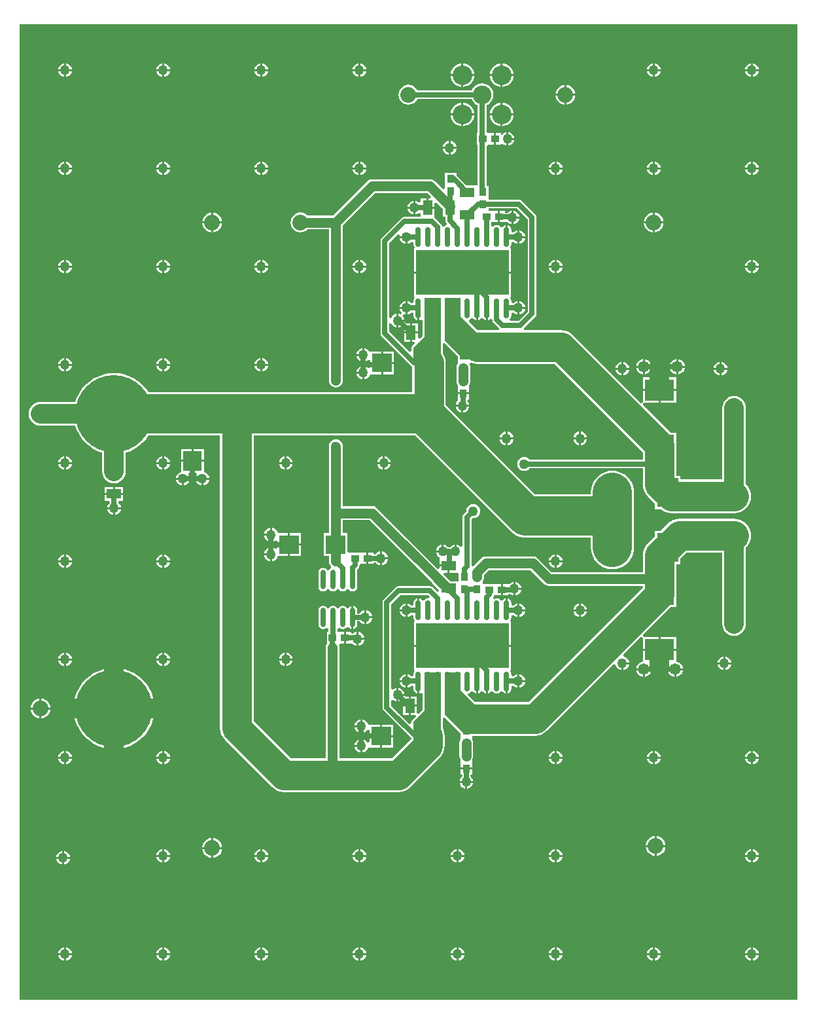
<source format=gtl>
%FSLAX24Y24*%
%MOIN*%
G70*
G01*
G75*
G04 Layer_Physical_Order=1*
G04 Layer_Color=255*
%ADD10R,0.0374X0.0394*%
%ADD11R,0.0512X0.0728*%
%ADD12R,0.0394X0.0374*%
%ADD13R,0.0728X0.0512*%
%ADD14R,0.1004X0.0965*%
%ADD15O,0.0276X0.1024*%
%ADD16R,0.4760X0.2250*%
%ADD17R,0.0965X0.1004*%
%ADD18R,0.1100X0.1500*%
%ADD19R,0.1500X0.1100*%
%ADD20O,0.0276X0.0984*%
%ADD21C,0.0250*%
%ADD22C,0.0500*%
%ADD23C,0.1000*%
%ADD24C,0.2000*%
%ADD25C,0.1500*%
%ADD26C,0.0800*%
%ADD27C,0.3937*%
%ADD28C,0.0748*%
%ADD29R,0.0750X0.0750*%
%ADD30C,0.1000*%
%ADD31C,0.0950*%
%ADD32C,0.0500*%
%ADD33C,0.0400*%
%ADD34C,0.0250*%
%ADD35C,0.0580*%
G36*
X39822Y178D02*
X178D01*
Y49822D01*
X39822D01*
Y178D01*
D02*
G37*
%LPC*%
G36*
X2550Y17846D02*
Y17550D01*
X2846D01*
X2841Y17591D01*
X2806Y17677D01*
X2750Y17750D01*
X2677Y17806D01*
X2591Y17841D01*
X2550Y17846D01*
D02*
G37*
G36*
X2450D02*
X2409Y17841D01*
X2323Y17806D01*
X2250Y17750D01*
X2194Y17677D01*
X2159Y17591D01*
X2154Y17550D01*
X2450D01*
Y17846D01*
D02*
G37*
G36*
X7450D02*
X7409Y17841D01*
X7323Y17806D01*
X7250Y17750D01*
X7194Y17677D01*
X7159Y17591D01*
X7154Y17550D01*
X7450D01*
Y17846D01*
D02*
G37*
G36*
X13700D02*
X13659Y17841D01*
X13573Y17806D01*
X13500Y17750D01*
X13444Y17677D01*
X13409Y17591D01*
X13404Y17550D01*
X13700D01*
Y17846D01*
D02*
G37*
G36*
X7550D02*
Y17550D01*
X7846D01*
X7841Y17591D01*
X7806Y17677D01*
X7750Y17750D01*
X7677Y17806D01*
X7591Y17841D01*
X7550Y17846D01*
D02*
G37*
G36*
X36150Y17646D02*
Y17350D01*
X36446D01*
X36441Y17391D01*
X36406Y17477D01*
X36350Y17550D01*
X36277Y17606D01*
X36191Y17641D01*
X36150Y17646D01*
D02*
G37*
G36*
X7846Y17450D02*
X7550D01*
Y17154D01*
X7591Y17159D01*
X7677Y17194D01*
X7750Y17250D01*
X7806Y17323D01*
X7841Y17409D01*
X7846Y17450D01*
D02*
G37*
G36*
X7450D02*
X7154D01*
X7159Y17409D01*
X7194Y17323D01*
X7250Y17250D01*
X7323Y17194D01*
X7409Y17159D01*
X7450Y17154D01*
Y17450D01*
D02*
G37*
G36*
X13700D02*
X13404D01*
X13409Y17409D01*
X13444Y17323D01*
X13500Y17250D01*
X13573Y17194D01*
X13659Y17159D01*
X13700Y17154D01*
Y17450D01*
D02*
G37*
G36*
X36050Y17646D02*
X36009Y17641D01*
X35923Y17606D01*
X35850Y17550D01*
X35794Y17477D01*
X35759Y17391D01*
X35754Y17350D01*
X36050D01*
Y17646D01*
D02*
G37*
G36*
X14096Y17450D02*
X13800D01*
Y17154D01*
X13841Y17159D01*
X13927Y17194D01*
X14000Y17250D01*
X14056Y17323D01*
X14091Y17409D01*
X14096Y17450D01*
D02*
G37*
G36*
X13800Y17846D02*
Y17550D01*
X14096D01*
X14091Y17591D01*
X14056Y17677D01*
X14000Y17750D01*
X13927Y17806D01*
X13841Y17841D01*
X13800Y17846D01*
D02*
G37*
G36*
X2450Y22450D02*
X2154D01*
X2159Y22409D01*
X2194Y22323D01*
X2250Y22250D01*
X2323Y22194D01*
X2409Y22159D01*
X2450Y22154D01*
Y22450D01*
D02*
G37*
G36*
X17850Y19996D02*
Y19700D01*
X18146D01*
X18141Y19741D01*
X18106Y19827D01*
X18050Y19900D01*
X17977Y19956D01*
X17891Y19991D01*
X17850Y19996D01*
D02*
G37*
G36*
X2846Y22450D02*
X2550D01*
Y22154D01*
X2591Y22159D01*
X2677Y22194D01*
X2750Y22250D01*
X2806Y22323D01*
X2841Y22409D01*
X2846Y22450D01*
D02*
G37*
G36*
X7846D02*
X7550D01*
Y22154D01*
X7591Y22159D01*
X7677Y22194D01*
X7750Y22250D01*
X7806Y22323D01*
X7841Y22409D01*
X7846Y22450D01*
D02*
G37*
G36*
X7450D02*
X7154D01*
X7159Y22409D01*
X7194Y22323D01*
X7250Y22250D01*
X7323Y22194D01*
X7409Y22159D01*
X7450Y22154D01*
Y22450D01*
D02*
G37*
G36*
X18146Y19600D02*
X17850D01*
Y19304D01*
X17891Y19309D01*
X17977Y19344D01*
X18050Y19400D01*
X18106Y19473D01*
X18141Y19559D01*
X18146Y19600D01*
D02*
G37*
G36*
X17746Y18500D02*
X17450D01*
Y18204D01*
X17491Y18209D01*
X17577Y18244D01*
X17650Y18300D01*
X17706Y18373D01*
X17741Y18459D01*
X17746Y18500D01*
D02*
G37*
G36*
X33650Y18645D02*
X32850D01*
Y18045D01*
X33650D01*
Y18645D01*
D02*
G37*
G36*
X17450Y18896D02*
Y18600D01*
X17746D01*
X17741Y18641D01*
X17706Y18727D01*
X17650Y18800D01*
X17577Y18856D01*
X17491Y18891D01*
X17450Y18896D01*
D02*
G37*
G36*
X17200Y20222D02*
Y19635D01*
Y19049D01*
X17243Y19057D01*
X17321Y19110D01*
X17374Y19188D01*
X17392Y19281D01*
Y19463D01*
X17491Y19483D01*
X17494Y19473D01*
X17550Y19400D01*
X17623Y19344D01*
X17709Y19309D01*
X17750Y19304D01*
Y19650D01*
Y19996D01*
X17709Y19991D01*
X17623Y19956D01*
X17550Y19900D01*
X17494Y19827D01*
X17491Y19817D01*
X17392Y19837D01*
Y19990D01*
X17374Y20083D01*
X17321Y20161D01*
X17243Y20214D01*
X17200Y20222D01*
D02*
G37*
G36*
X17350Y18896D02*
X17309Y18891D01*
X17223Y18856D01*
X17151Y18800D01*
X17145Y18804D01*
X17062Y18868D01*
Y18887D01*
X16815D01*
Y18600D01*
Y18313D01*
X17062D01*
Y18313D01*
X17141Y18313D01*
X17150Y18300D01*
X17223Y18244D01*
X17309Y18209D01*
X17350Y18204D01*
Y18550D01*
Y18896D01*
D02*
G37*
G36*
X17550Y14050D02*
X17254D01*
X17259Y14009D01*
X17294Y13923D01*
X17350Y13850D01*
X17423Y13794D01*
X17509Y13759D01*
X17550Y13754D01*
Y14050D01*
D02*
G37*
G36*
X19211Y14182D02*
X18659D01*
Y13650D01*
X19211D01*
Y14182D01*
D02*
G37*
G36*
X17550Y14446D02*
X17509Y14441D01*
X17423Y14406D01*
X17350Y14350D01*
X17294Y14277D01*
X17259Y14191D01*
X17254Y14150D01*
X17550D01*
Y14446D01*
D02*
G37*
G36*
X1748Y14950D02*
X1300D01*
Y14502D01*
X1381Y14513D01*
X1502Y14563D01*
X1607Y14643D01*
X1687Y14748D01*
X1737Y14869D01*
X1748Y14950D01*
D02*
G37*
G36*
X1200D02*
X752D01*
X763Y14869D01*
X813Y14748D01*
X893Y14643D01*
X998Y14563D01*
X1119Y14513D01*
X1200Y14502D01*
Y14950D01*
D02*
G37*
G36*
X17650Y14446D02*
Y14100D01*
Y13754D01*
X17691Y13759D01*
X17777Y13794D01*
X17850Y13850D01*
X17906Y13923D01*
X17909Y13931D01*
X18007Y13912D01*
Y13650D01*
X18559D01*
Y14182D01*
X18018D01*
X18018Y14182D01*
X18018Y14182D01*
X18007Y14182D01*
X18007D01*
X17942D01*
X17941Y14191D01*
X17906Y14277D01*
X17850Y14350D01*
X17777Y14406D01*
X17691Y14441D01*
X17650Y14446D01*
D02*
G37*
G36*
X7070Y14950D02*
X5050D01*
Y12930D01*
X5271Y12945D01*
X5537Y12998D01*
X5793Y13085D01*
X6036Y13205D01*
X6262Y13355D01*
X6466Y13534D01*
X6645Y13738D01*
X6795Y13964D01*
X6915Y14207D01*
X7002Y14463D01*
X7055Y14729D01*
X7070Y14950D01*
D02*
G37*
G36*
X4950D02*
X2930D01*
X2945Y14729D01*
X2998Y14463D01*
X3085Y14207D01*
X3205Y13964D01*
X3355Y13738D01*
X3534Y13534D01*
X3738Y13355D01*
X3964Y13205D01*
X4207Y13085D01*
X4463Y12998D01*
X4729Y12945D01*
X4950Y12930D01*
Y14950D01*
D02*
G37*
G36*
X19211Y13550D02*
X18659D01*
Y13018D01*
X19211D01*
Y13550D01*
D02*
G37*
G36*
X18559D02*
X18007D01*
Y13288D01*
X17909Y13269D01*
X17906Y13277D01*
X17850Y13350D01*
X17777Y13406D01*
X17691Y13441D01*
X17650Y13446D01*
Y13100D01*
Y12754D01*
X17691Y12759D01*
X17777Y12794D01*
X17850Y12850D01*
X17906Y12923D01*
X17941Y13009D01*
X17942Y13018D01*
X18007D01*
X18007D01*
X18018Y13018D01*
X18018Y13018D01*
X18018Y13018D01*
X18559D01*
Y13550D01*
D02*
G37*
G36*
X17550Y13446D02*
X17509Y13441D01*
X17423Y13406D01*
X17350Y13350D01*
X17294Y13277D01*
X17259Y13191D01*
X17254Y13150D01*
X17550D01*
Y13446D01*
D02*
G37*
G36*
X1200Y15498D02*
X1119Y15487D01*
X998Y15437D01*
X893Y15357D01*
X813Y15252D01*
X763Y15131D01*
X752Y15050D01*
X1200D01*
Y15498D01*
D02*
G37*
G36*
X36050Y17250D02*
X35754D01*
X35759Y17209D01*
X35794Y17123D01*
X35850Y17050D01*
X35923Y16994D01*
X36009Y16959D01*
X36050Y16954D01*
Y17250D01*
D02*
G37*
G36*
X31246D02*
X30950D01*
Y16954D01*
X30991Y16959D01*
X31077Y16994D01*
X31150Y17050D01*
X31206Y17123D01*
X31241Y17209D01*
X31246Y17250D01*
D02*
G37*
G36*
X36446D02*
X36150D01*
Y16954D01*
X36191Y16959D01*
X36277Y16994D01*
X36350Y17050D01*
X36406Y17123D01*
X36441Y17209D01*
X36446Y17250D01*
D02*
G37*
G36*
X2846Y17450D02*
X2550D01*
Y17154D01*
X2591Y17159D01*
X2677Y17194D01*
X2750Y17250D01*
X2806Y17323D01*
X2841Y17409D01*
X2846Y17450D01*
D02*
G37*
G36*
X2450D02*
X2154D01*
X2159Y17409D01*
X2194Y17323D01*
X2250Y17250D01*
X2323Y17194D01*
X2409Y17159D01*
X2450Y17154D01*
Y17450D01*
D02*
G37*
G36*
X33987Y16950D02*
X33650D01*
Y16613D01*
X33702Y16620D01*
X33797Y16659D01*
X33878Y16722D01*
X33941Y16803D01*
X33980Y16898D01*
X33987Y16950D01*
D02*
G37*
G36*
X4950Y17070D02*
X4729Y17055D01*
X4463Y17002D01*
X4207Y16915D01*
X3964Y16795D01*
X3738Y16645D01*
X3534Y16466D01*
X3355Y16262D01*
X3205Y16036D01*
X3085Y15793D01*
X2998Y15537D01*
X2945Y15271D01*
X2930Y15050D01*
X4950D01*
Y17070D01*
D02*
G37*
G36*
X1300Y15498D02*
Y15050D01*
X1748D01*
X1737Y15131D01*
X1687Y15252D01*
X1607Y15357D01*
X1502Y15437D01*
X1381Y15487D01*
X1300Y15498D01*
D02*
G37*
G36*
X5050Y17070D02*
Y15050D01*
X7070D01*
X7055Y15271D01*
X7002Y15537D01*
X6915Y15793D01*
X6795Y16036D01*
X6645Y16262D01*
X6466Y16466D01*
X6262Y16645D01*
X6036Y16795D01*
X5793Y16915D01*
X5537Y17002D01*
X5271Y17055D01*
X5050Y17070D01*
D02*
G37*
G36*
X33650Y17945D02*
X31950D01*
Y17387D01*
X31898Y17380D01*
X31803Y17341D01*
X31722Y17278D01*
X31659Y17197D01*
X31620Y17102D01*
X31613Y17050D01*
X32000D01*
Y17000D01*
X32050D01*
Y16613D01*
X32102Y16620D01*
X32197Y16659D01*
X32278Y16722D01*
X32341Y16803D01*
X32350Y16826D01*
X32450D01*
X32459Y16803D01*
X32522Y16722D01*
X32603Y16659D01*
X32698Y16620D01*
X32750Y16613D01*
Y17000D01*
X32850D01*
Y16613D01*
X32902Y16620D01*
X32997Y16659D01*
X33078Y16722D01*
X33141Y16803D01*
X33150Y16826D01*
X33250D01*
X33259Y16803D01*
X33322Y16722D01*
X33403Y16659D01*
X33498Y16620D01*
X33550Y16613D01*
Y17000D01*
X33600D01*
Y17050D01*
X33987D01*
X33980Y17102D01*
X33941Y17197D01*
X33878Y17278D01*
X33797Y17341D01*
X33702Y17380D01*
X33650Y17387D01*
Y17945D01*
D02*
G37*
G36*
X31950Y16950D02*
X31613D01*
X31620Y16898D01*
X31659Y16803D01*
X31722Y16722D01*
X31803Y16659D01*
X31898Y16620D01*
X31950Y16613D01*
Y16950D01*
D02*
G37*
G36*
X9582Y27559D02*
X9050D01*
Y27007D01*
X9181D01*
X9226Y26917D01*
X9194Y26877D01*
X9159Y26791D01*
X9154Y26750D01*
X9846D01*
X9841Y26791D01*
X9806Y26877D01*
X9750Y26950D01*
X9677Y27006D01*
X9591Y27041D01*
X9582Y27042D01*
Y27559D01*
D02*
G37*
G36*
X8950D02*
X8418D01*
Y27042D01*
X8409Y27041D01*
X8323Y27006D01*
X8250Y26950D01*
X8194Y26877D01*
X8159Y26791D01*
X8154Y26750D01*
X8846D01*
X8841Y26791D01*
X8806Y26877D01*
X8774Y26917D01*
X8819Y27007D01*
X8950D01*
Y27559D01*
D02*
G37*
G36*
X2450Y27450D02*
X2154D01*
X2159Y27409D01*
X2194Y27323D01*
X2250Y27250D01*
X2323Y27194D01*
X2409Y27159D01*
X2450Y27154D01*
Y27450D01*
D02*
G37*
G36*
X7450D02*
X7154D01*
X7159Y27409D01*
X7194Y27323D01*
X7250Y27250D01*
X7323Y27194D01*
X7409Y27159D01*
X7450Y27154D01*
Y27450D01*
D02*
G37*
G36*
X2846D02*
X2550D01*
Y27154D01*
X2591Y27159D01*
X2677Y27194D01*
X2750Y27250D01*
X2806Y27323D01*
X2841Y27409D01*
X2846Y27450D01*
D02*
G37*
G36*
X9846Y26650D02*
X9550D01*
Y26354D01*
X9591Y26359D01*
X9677Y26394D01*
X9750Y26450D01*
X9806Y26523D01*
X9841Y26609D01*
X9846Y26650D01*
D02*
G37*
G36*
X5464Y26285D02*
X5050D01*
Y25979D01*
X5464D01*
Y26285D01*
D02*
G37*
G36*
X4950D02*
X4536D01*
Y25979D01*
X4950D01*
Y26285D01*
D02*
G37*
G36*
X8450Y26650D02*
X8154D01*
X8159Y26609D01*
X8194Y26523D01*
X8250Y26450D01*
X8323Y26394D01*
X8409Y26359D01*
X8450Y26354D01*
Y26650D01*
D02*
G37*
G36*
X9450D02*
X9154D01*
X9159Y26609D01*
X9194Y26523D01*
X9250Y26450D01*
X9323Y26394D01*
X9409Y26359D01*
X9450Y26354D01*
Y26650D01*
D02*
G37*
G36*
X8846D02*
X8550D01*
Y26354D01*
X8591Y26359D01*
X8677Y26394D01*
X8750Y26450D01*
X8806Y26523D01*
X8841Y26609D01*
X8846Y26650D01*
D02*
G37*
G36*
X7846Y27450D02*
X7550D01*
Y27154D01*
X7591Y27159D01*
X7677Y27194D01*
X7750Y27250D01*
X7806Y27323D01*
X7841Y27409D01*
X7846Y27450D01*
D02*
G37*
G36*
X7550Y27846D02*
Y27550D01*
X7846D01*
X7841Y27591D01*
X7806Y27677D01*
X7750Y27750D01*
X7677Y27806D01*
X7591Y27841D01*
X7550Y27846D01*
D02*
G37*
G36*
X7450D02*
X7409Y27841D01*
X7323Y27806D01*
X7250Y27750D01*
X7194Y27677D01*
X7159Y27591D01*
X7154Y27550D01*
X7450D01*
Y27846D01*
D02*
G37*
G36*
X13700D02*
X13659Y27841D01*
X13573Y27806D01*
X13500Y27750D01*
X13444Y27677D01*
X13409Y27591D01*
X13404Y27550D01*
X13700D01*
Y27846D01*
D02*
G37*
G36*
X18700D02*
X18659Y27841D01*
X18573Y27806D01*
X18500Y27750D01*
X18444Y27677D01*
X18409Y27591D01*
X18404Y27550D01*
X18700D01*
Y27846D01*
D02*
G37*
G36*
X13800D02*
Y27550D01*
X14096D01*
X14091Y27591D01*
X14056Y27677D01*
X14000Y27750D01*
X13927Y27806D01*
X13841Y27841D01*
X13800Y27846D01*
D02*
G37*
G36*
X2550D02*
Y27550D01*
X2846D01*
X2841Y27591D01*
X2806Y27677D01*
X2750Y27750D01*
X2677Y27806D01*
X2591Y27841D01*
X2550Y27846D01*
D02*
G37*
G36*
X14096Y27450D02*
X13800D01*
Y27154D01*
X13841Y27159D01*
X13927Y27194D01*
X14000Y27250D01*
X14056Y27323D01*
X14091Y27409D01*
X14096Y27450D01*
D02*
G37*
G36*
X13700D02*
X13404D01*
X13409Y27409D01*
X13444Y27323D01*
X13500Y27250D01*
X13573Y27194D01*
X13659Y27159D01*
X13700Y27154D01*
Y27450D01*
D02*
G37*
G36*
X18700D02*
X18404D01*
X18409Y27409D01*
X18444Y27323D01*
X18500Y27250D01*
X18573Y27194D01*
X18659Y27159D01*
X18700Y27154D01*
Y27450D01*
D02*
G37*
G36*
X2450Y27846D02*
X2409Y27841D01*
X2323Y27806D01*
X2250Y27750D01*
X2194Y27677D01*
X2159Y27591D01*
X2154Y27550D01*
X2450D01*
Y27846D01*
D02*
G37*
G36*
X19096Y27450D02*
X18800D01*
Y27154D01*
X18841Y27159D01*
X18927Y27194D01*
X19000Y27250D01*
X19056Y27323D01*
X19091Y27409D01*
X19096Y27450D01*
D02*
G37*
G36*
X7550Y22846D02*
Y22550D01*
X7846D01*
X7841Y22591D01*
X7806Y22677D01*
X7750Y22750D01*
X7677Y22806D01*
X7591Y22841D01*
X7550Y22846D01*
D02*
G37*
G36*
X7450D02*
X7409Y22841D01*
X7323Y22806D01*
X7250Y22750D01*
X7194Y22677D01*
X7159Y22591D01*
X7154Y22550D01*
X7450D01*
Y22846D01*
D02*
G37*
G36*
X27450D02*
X27409Y22841D01*
X27323Y22806D01*
X27250Y22750D01*
X27194Y22677D01*
X27159Y22591D01*
X27154Y22550D01*
X27450D01*
Y22846D01*
D02*
G37*
G36*
X18650Y22996D02*
Y22700D01*
X18946D01*
X18941Y22741D01*
X18906Y22827D01*
X18850Y22900D01*
X18777Y22956D01*
X18691Y22991D01*
X18650Y22996D01*
D02*
G37*
G36*
X27550Y22846D02*
Y22550D01*
X27846D01*
X27841Y22591D01*
X27806Y22677D01*
X27750Y22750D01*
X27677Y22806D01*
X27591Y22841D01*
X27550Y22846D01*
D02*
G37*
G36*
X2550D02*
Y22550D01*
X2846D01*
X2841Y22591D01*
X2806Y22677D01*
X2750Y22750D01*
X2677Y22806D01*
X2591Y22841D01*
X2550Y22846D01*
D02*
G37*
G36*
X27846Y22450D02*
X27550D01*
Y22154D01*
X27591Y22159D01*
X27677Y22194D01*
X27750Y22250D01*
X27806Y22323D01*
X27841Y22409D01*
X27846Y22450D01*
D02*
G37*
G36*
X27450D02*
X27154D01*
X27159Y22409D01*
X27194Y22323D01*
X27250Y22250D01*
X27323Y22194D01*
X27409Y22159D01*
X27450Y22154D01*
Y22450D01*
D02*
G37*
G36*
X18946Y22600D02*
X18650D01*
Y22304D01*
X18691Y22309D01*
X18777Y22344D01*
X18850Y22400D01*
X18906Y22473D01*
X18941Y22559D01*
X18946Y22600D01*
D02*
G37*
G36*
X2450Y22846D02*
X2409Y22841D01*
X2323Y22806D01*
X2250Y22750D01*
X2194Y22677D01*
X2159Y22591D01*
X2154Y22550D01*
X2450D01*
Y22846D01*
D02*
G37*
G36*
X12950Y22800D02*
X12654D01*
X12659Y22759D01*
X12694Y22673D01*
X12750Y22600D01*
X12823Y22544D01*
X12909Y22509D01*
X12950Y22504D01*
Y22800D01*
D02*
G37*
G36*
X14511Y23300D02*
X13959D01*
Y22768D01*
X14511D01*
Y23300D01*
D02*
G37*
G36*
X12950Y24196D02*
X12909Y24191D01*
X12823Y24156D01*
X12750Y24100D01*
X12694Y24027D01*
X12659Y23941D01*
X12654Y23900D01*
X12950D01*
Y24196D01*
D02*
G37*
G36*
Y23800D02*
X12654D01*
X12659Y23759D01*
X12694Y23673D01*
X12750Y23600D01*
X12823Y23544D01*
X12909Y23509D01*
X12950Y23504D01*
Y23800D01*
D02*
G37*
G36*
X4950Y25150D02*
X4654D01*
X4659Y25109D01*
X4694Y25023D01*
X4750Y24950D01*
X4823Y24894D01*
X4909Y24859D01*
X4950Y24854D01*
Y25150D01*
D02*
G37*
G36*
X5464Y25879D02*
X4536D01*
Y25573D01*
X4756D01*
X4788Y25479D01*
X4750Y25450D01*
X4694Y25377D01*
X4659Y25291D01*
X4654Y25250D01*
X5346D01*
X5341Y25291D01*
X5306Y25377D01*
X5250Y25450D01*
X5212Y25479D01*
X5244Y25573D01*
X5464D01*
Y25879D01*
D02*
G37*
G36*
X5346Y25150D02*
X5050D01*
Y24854D01*
X5091Y24859D01*
X5177Y24894D01*
X5250Y24950D01*
X5306Y25023D01*
X5341Y25109D01*
X5346Y25150D01*
D02*
G37*
G36*
X14511Y23932D02*
X13959D01*
Y23400D01*
X14511D01*
Y23932D01*
D02*
G37*
G36*
X12950Y23196D02*
X12909Y23191D01*
X12823Y23156D01*
X12750Y23100D01*
X12694Y23027D01*
X12659Y22941D01*
X12654Y22900D01*
X12950D01*
Y23196D01*
D02*
G37*
G36*
X18550Y22996D02*
X18509Y22991D01*
X18423Y22956D01*
X18350Y22900D01*
X18306Y22842D01*
X18212Y22875D01*
Y22937D01*
X17965D01*
Y22650D01*
Y22363D01*
X18212D01*
Y22425D01*
X18306Y22458D01*
X18350Y22400D01*
X18423Y22344D01*
X18509Y22309D01*
X18550Y22304D01*
Y22650D01*
Y22996D01*
D02*
G37*
G36*
X21700Y23346D02*
X21659Y23341D01*
X21573Y23306D01*
X21500Y23250D01*
X21444Y23177D01*
X21409Y23091D01*
X21404Y23050D01*
X21700D01*
Y23346D01*
D02*
G37*
G36*
X13050Y24196D02*
Y23850D01*
Y23504D01*
X13091Y23509D01*
X13177Y23544D01*
X13217Y23576D01*
X13307Y23531D01*
Y23400D01*
X13859D01*
Y23932D01*
X13342D01*
X13341Y23941D01*
X13306Y24027D01*
X13250Y24100D01*
X13177Y24156D01*
X13091Y24191D01*
X13050Y24196D01*
D02*
G37*
G36*
X13859Y23300D02*
X13307D01*
Y23169D01*
X13217Y23124D01*
X13177Y23156D01*
X13091Y23191D01*
X13050Y23196D01*
Y22850D01*
Y22504D01*
X13091Y22509D01*
X13177Y22544D01*
X13250Y22600D01*
X13306Y22673D01*
X13341Y22759D01*
X13342Y22768D01*
X13859D01*
Y23300D01*
D02*
G37*
G36*
X37450Y2846D02*
X37409Y2841D01*
X37323Y2806D01*
X37250Y2750D01*
X37194Y2677D01*
X37159Y2591D01*
X37154Y2550D01*
X37450D01*
Y2846D01*
D02*
G37*
G36*
X32550D02*
Y2550D01*
X32846D01*
X32841Y2591D01*
X32806Y2677D01*
X32750Y2750D01*
X32677Y2806D01*
X32591Y2841D01*
X32550Y2846D01*
D02*
G37*
G36*
X37550D02*
Y2550D01*
X37846D01*
X37841Y2591D01*
X37806Y2677D01*
X37750Y2750D01*
X37677Y2806D01*
X37591Y2841D01*
X37550Y2846D01*
D02*
G37*
G36*
X2746Y7350D02*
X2450D01*
Y7054D01*
X2491Y7059D01*
X2577Y7094D01*
X2650Y7150D01*
X2706Y7223D01*
X2741Y7309D01*
X2746Y7350D01*
D02*
G37*
G36*
X2350D02*
X2054D01*
X2059Y7309D01*
X2094Y7223D01*
X2150Y7150D01*
X2223Y7094D01*
X2309Y7059D01*
X2350Y7054D01*
Y7350D01*
D02*
G37*
G36*
X32450Y2846D02*
X32409Y2841D01*
X32323Y2806D01*
X32250Y2750D01*
X32194Y2677D01*
X32159Y2591D01*
X32154Y2550D01*
X32450D01*
Y2846D01*
D02*
G37*
G36*
X22450D02*
X22409Y2841D01*
X22323Y2806D01*
X22250Y2750D01*
X22194Y2677D01*
X22159Y2591D01*
X22154Y2550D01*
X22450D01*
Y2846D01*
D02*
G37*
G36*
X17550D02*
Y2550D01*
X17846D01*
X17841Y2591D01*
X17806Y2677D01*
X17750Y2750D01*
X17677Y2806D01*
X17591Y2841D01*
X17550Y2846D01*
D02*
G37*
G36*
X22550D02*
Y2550D01*
X22846D01*
X22841Y2591D01*
X22806Y2677D01*
X22750Y2750D01*
X22677Y2806D01*
X22591Y2841D01*
X22550Y2846D01*
D02*
G37*
G36*
X27550D02*
Y2550D01*
X27846D01*
X27841Y2591D01*
X27806Y2677D01*
X27750Y2750D01*
X27677Y2806D01*
X27591Y2841D01*
X27550Y2846D01*
D02*
G37*
G36*
X27450D02*
X27409Y2841D01*
X27323Y2806D01*
X27250Y2750D01*
X27194Y2677D01*
X27159Y2591D01*
X27154Y2550D01*
X27450D01*
Y2846D01*
D02*
G37*
G36*
X7450Y7450D02*
X7154D01*
X7159Y7409D01*
X7194Y7323D01*
X7250Y7250D01*
X7323Y7194D01*
X7409Y7159D01*
X7450Y7154D01*
Y7450D01*
D02*
G37*
G36*
X27450D02*
X27154D01*
X27159Y7409D01*
X27194Y7323D01*
X27250Y7250D01*
X27323Y7194D01*
X27409Y7159D01*
X27450Y7154D01*
Y7450D01*
D02*
G37*
G36*
X22846D02*
X22550D01*
Y7154D01*
X22591Y7159D01*
X22677Y7194D01*
X22750Y7250D01*
X22806Y7323D01*
X22841Y7409D01*
X22846Y7450D01*
D02*
G37*
G36*
X27846D02*
X27550D01*
Y7154D01*
X27591Y7159D01*
X27677Y7194D01*
X27750Y7250D01*
X27806Y7323D01*
X27841Y7409D01*
X27846Y7450D01*
D02*
G37*
G36*
X37846D02*
X37550D01*
Y7154D01*
X37591Y7159D01*
X37677Y7194D01*
X37750Y7250D01*
X37806Y7323D01*
X37841Y7409D01*
X37846Y7450D01*
D02*
G37*
G36*
X37450D02*
X37154D01*
X37159Y7409D01*
X37194Y7323D01*
X37250Y7250D01*
X37323Y7194D01*
X37409Y7159D01*
X37450Y7154D01*
Y7450D01*
D02*
G37*
G36*
X22450D02*
X22154D01*
X22159Y7409D01*
X22194Y7323D01*
X22250Y7250D01*
X22323Y7194D01*
X22409Y7159D01*
X22450Y7154D01*
Y7450D01*
D02*
G37*
G36*
X12450D02*
X12154D01*
X12159Y7409D01*
X12194Y7323D01*
X12250Y7250D01*
X12323Y7194D01*
X12409Y7159D01*
X12450Y7154D01*
Y7450D01*
D02*
G37*
G36*
X7846D02*
X7550D01*
Y7154D01*
X7591Y7159D01*
X7677Y7194D01*
X7750Y7250D01*
X7806Y7323D01*
X7841Y7409D01*
X7846Y7450D01*
D02*
G37*
G36*
X12846D02*
X12550D01*
Y7154D01*
X12591Y7159D01*
X12677Y7194D01*
X12750Y7250D01*
X12806Y7323D01*
X12841Y7409D01*
X12846Y7450D01*
D02*
G37*
G36*
X17846D02*
X17550D01*
Y7154D01*
X17591Y7159D01*
X17677Y7194D01*
X17750Y7250D01*
X17806Y7323D01*
X17841Y7409D01*
X17846Y7450D01*
D02*
G37*
G36*
X17450D02*
X17154D01*
X17159Y7409D01*
X17194Y7323D01*
X17250Y7250D01*
X17323Y7194D01*
X17409Y7159D01*
X17450Y7154D01*
Y7450D01*
D02*
G37*
G36*
X17846Y2450D02*
X17550D01*
Y2154D01*
X17591Y2159D01*
X17677Y2194D01*
X17750Y2250D01*
X17806Y2323D01*
X17841Y2409D01*
X17846Y2450D01*
D02*
G37*
G36*
X17450D02*
X17154D01*
X17159Y2409D01*
X17194Y2323D01*
X17250Y2250D01*
X17323Y2194D01*
X17409Y2159D01*
X17450Y2154D01*
Y2450D01*
D02*
G37*
G36*
X22450D02*
X22154D01*
X22159Y2409D01*
X22194Y2323D01*
X22250Y2250D01*
X22323Y2194D01*
X22409Y2159D01*
X22450Y2154D01*
Y2450D01*
D02*
G37*
G36*
X27450D02*
X27154D01*
X27159Y2409D01*
X27194Y2323D01*
X27250Y2250D01*
X27323Y2194D01*
X27409Y2159D01*
X27450Y2154D01*
Y2450D01*
D02*
G37*
G36*
X22846D02*
X22550D01*
Y2154D01*
X22591Y2159D01*
X22677Y2194D01*
X22750Y2250D01*
X22806Y2323D01*
X22841Y2409D01*
X22846Y2450D01*
D02*
G37*
G36*
X12846D02*
X12550D01*
Y2154D01*
X12591Y2159D01*
X12677Y2194D01*
X12750Y2250D01*
X12806Y2323D01*
X12841Y2409D01*
X12846Y2450D01*
D02*
G37*
G36*
X2846D02*
X2550D01*
Y2154D01*
X2591Y2159D01*
X2677Y2194D01*
X2750Y2250D01*
X2806Y2323D01*
X2841Y2409D01*
X2846Y2450D01*
D02*
G37*
G36*
X2450D02*
X2154D01*
X2159Y2409D01*
X2194Y2323D01*
X2250Y2250D01*
X2323Y2194D01*
X2409Y2159D01*
X2450Y2154D01*
Y2450D01*
D02*
G37*
G36*
X7450D02*
X7154D01*
X7159Y2409D01*
X7194Y2323D01*
X7250Y2250D01*
X7323Y2194D01*
X7409Y2159D01*
X7450Y2154D01*
Y2450D01*
D02*
G37*
G36*
X12450D02*
X12154D01*
X12159Y2409D01*
X12194Y2323D01*
X12250Y2250D01*
X12323Y2194D01*
X12409Y2159D01*
X12450Y2154D01*
Y2450D01*
D02*
G37*
G36*
X7846D02*
X7550D01*
Y2154D01*
X7591Y2159D01*
X7677Y2194D01*
X7750Y2250D01*
X7806Y2323D01*
X7841Y2409D01*
X7846Y2450D01*
D02*
G37*
G36*
X27846D02*
X27550D01*
Y2154D01*
X27591Y2159D01*
X27677Y2194D01*
X27750Y2250D01*
X27806Y2323D01*
X27841Y2409D01*
X27846Y2450D01*
D02*
G37*
G36*
X7550Y2846D02*
Y2550D01*
X7846D01*
X7841Y2591D01*
X7806Y2677D01*
X7750Y2750D01*
X7677Y2806D01*
X7591Y2841D01*
X7550Y2846D01*
D02*
G37*
G36*
X7450D02*
X7409Y2841D01*
X7323Y2806D01*
X7250Y2750D01*
X7194Y2677D01*
X7159Y2591D01*
X7154Y2550D01*
X7450D01*
Y2846D01*
D02*
G37*
G36*
X12450D02*
X12409Y2841D01*
X12323Y2806D01*
X12250Y2750D01*
X12194Y2677D01*
X12159Y2591D01*
X12154Y2550D01*
X12450D01*
Y2846D01*
D02*
G37*
G36*
X17450D02*
X17409Y2841D01*
X17323Y2806D01*
X17250Y2750D01*
X17194Y2677D01*
X17159Y2591D01*
X17154Y2550D01*
X17450D01*
Y2846D01*
D02*
G37*
G36*
X12550D02*
Y2550D01*
X12846D01*
X12841Y2591D01*
X12806Y2677D01*
X12750Y2750D01*
X12677Y2806D01*
X12591Y2841D01*
X12550Y2846D01*
D02*
G37*
G36*
X2550D02*
Y2550D01*
X2846D01*
X2841Y2591D01*
X2806Y2677D01*
X2750Y2750D01*
X2677Y2806D01*
X2591Y2841D01*
X2550Y2846D01*
D02*
G37*
G36*
X32846Y2450D02*
X32550D01*
Y2154D01*
X32591Y2159D01*
X32677Y2194D01*
X32750Y2250D01*
X32806Y2323D01*
X32841Y2409D01*
X32846Y2450D01*
D02*
G37*
G36*
X32450D02*
X32154D01*
X32159Y2409D01*
X32194Y2323D01*
X32250Y2250D01*
X32323Y2194D01*
X32409Y2159D01*
X32450Y2154D01*
Y2450D01*
D02*
G37*
G36*
X37450D02*
X37154D01*
X37159Y2409D01*
X37194Y2323D01*
X37250Y2250D01*
X37323Y2194D01*
X37409Y2159D01*
X37450Y2154D01*
Y2450D01*
D02*
G37*
G36*
X2450Y2846D02*
X2409Y2841D01*
X2323Y2806D01*
X2250Y2750D01*
X2194Y2677D01*
X2159Y2591D01*
X2154Y2550D01*
X2450D01*
Y2846D01*
D02*
G37*
G36*
X37846Y2450D02*
X37550D01*
Y2154D01*
X37591Y2159D01*
X37677Y2194D01*
X37750Y2250D01*
X37806Y2323D01*
X37841Y2409D01*
X37846Y2450D01*
D02*
G37*
G36*
X27846Y12450D02*
X27550D01*
Y12154D01*
X27591Y12159D01*
X27677Y12194D01*
X27750Y12250D01*
X27806Y12323D01*
X27841Y12409D01*
X27846Y12450D01*
D02*
G37*
G36*
X27450D02*
X27154D01*
X27159Y12409D01*
X27194Y12323D01*
X27250Y12250D01*
X27323Y12194D01*
X27409Y12159D01*
X27450Y12154D01*
Y12450D01*
D02*
G37*
G36*
X32450D02*
X32154D01*
X32159Y12409D01*
X32194Y12323D01*
X32250Y12250D01*
X32323Y12194D01*
X32409Y12159D01*
X32450Y12154D01*
Y12450D01*
D02*
G37*
G36*
X37450D02*
X37154D01*
X37159Y12409D01*
X37194Y12323D01*
X37250Y12250D01*
X37323Y12194D01*
X37409Y12159D01*
X37450Y12154D01*
Y12450D01*
D02*
G37*
G36*
X32846D02*
X32550D01*
Y12154D01*
X32591Y12159D01*
X32677Y12194D01*
X32750Y12250D01*
X32806Y12323D01*
X32841Y12409D01*
X32846Y12450D01*
D02*
G37*
G36*
X7846D02*
X7550D01*
Y12154D01*
X7591Y12159D01*
X7677Y12194D01*
X7750Y12250D01*
X7806Y12323D01*
X7841Y12409D01*
X7846Y12450D01*
D02*
G37*
G36*
X23237Y11900D02*
X22663D01*
Y11653D01*
X22725D01*
X22758Y11558D01*
X22700Y11515D01*
X22644Y11441D01*
X22609Y11356D01*
X22604Y11315D01*
X23296D01*
X23291Y11356D01*
X23256Y11441D01*
X23200Y11515D01*
X23142Y11558D01*
X23175Y11653D01*
X23237D01*
Y11900D01*
D02*
G37*
G36*
X23296Y11215D02*
X23000D01*
Y10919D01*
X23041Y10924D01*
X23127Y10959D01*
X23200Y11015D01*
X23256Y11088D01*
X23291Y11174D01*
X23296Y11215D01*
D02*
G37*
G36*
X2450Y12450D02*
X2154D01*
X2159Y12409D01*
X2194Y12323D01*
X2250Y12250D01*
X2323Y12194D01*
X2409Y12159D01*
X2450Y12154D01*
Y12450D01*
D02*
G37*
G36*
X7450D02*
X7154D01*
X7159Y12409D01*
X7194Y12323D01*
X7250Y12250D01*
X7323Y12194D01*
X7409Y12159D01*
X7450Y12154D01*
Y12450D01*
D02*
G37*
G36*
X2846D02*
X2550D01*
Y12154D01*
X2591Y12159D01*
X2677Y12194D01*
X2750Y12250D01*
X2806Y12323D01*
X2841Y12409D01*
X2846Y12450D01*
D02*
G37*
G36*
X37846D02*
X37550D01*
Y12154D01*
X37591Y12159D01*
X37677Y12194D01*
X37750Y12250D01*
X37806Y12323D01*
X37841Y12409D01*
X37846Y12450D01*
D02*
G37*
G36*
X32550Y12846D02*
Y12550D01*
X32846D01*
X32841Y12591D01*
X32806Y12677D01*
X32750Y12750D01*
X32677Y12806D01*
X32591Y12841D01*
X32550Y12846D01*
D02*
G37*
G36*
X32450D02*
X32409Y12841D01*
X32323Y12806D01*
X32250Y12750D01*
X32194Y12677D01*
X32159Y12591D01*
X32154Y12550D01*
X32450D01*
Y12846D01*
D02*
G37*
G36*
X37450D02*
X37409Y12841D01*
X37323Y12806D01*
X37250Y12750D01*
X37194Y12677D01*
X37159Y12591D01*
X37154Y12550D01*
X37450D01*
Y12846D01*
D02*
G37*
G36*
X17550Y13050D02*
X17254D01*
X17259Y13009D01*
X17294Y12923D01*
X17350Y12850D01*
X17423Y12794D01*
X17509Y12759D01*
X17550Y12754D01*
Y13050D01*
D02*
G37*
G36*
X37550Y12846D02*
Y12550D01*
X37846D01*
X37841Y12591D01*
X37806Y12677D01*
X37750Y12750D01*
X37677Y12806D01*
X37591Y12841D01*
X37550Y12846D01*
D02*
G37*
G36*
X27550D02*
Y12550D01*
X27846D01*
X27841Y12591D01*
X27806Y12677D01*
X27750Y12750D01*
X27677Y12806D01*
X27591Y12841D01*
X27550Y12846D01*
D02*
G37*
G36*
X2550D02*
Y12550D01*
X2846D01*
X2841Y12591D01*
X2806Y12677D01*
X2750Y12750D01*
X2677Y12806D01*
X2591Y12841D01*
X2550Y12846D01*
D02*
G37*
G36*
X2450D02*
X2409Y12841D01*
X2323Y12806D01*
X2250Y12750D01*
X2194Y12677D01*
X2159Y12591D01*
X2154Y12550D01*
X2450D01*
Y12846D01*
D02*
G37*
G36*
X7450D02*
X7409Y12841D01*
X7323Y12806D01*
X7250Y12750D01*
X7194Y12677D01*
X7159Y12591D01*
X7154Y12550D01*
X7450D01*
Y12846D01*
D02*
G37*
G36*
X27450D02*
X27409Y12841D01*
X27323Y12806D01*
X27250Y12750D01*
X27194Y12677D01*
X27159Y12591D01*
X27154Y12550D01*
X27450D01*
Y12846D01*
D02*
G37*
G36*
X7550D02*
Y12550D01*
X7846D01*
X7841Y12591D01*
X7806Y12677D01*
X7750Y12750D01*
X7677Y12806D01*
X7591Y12841D01*
X7550Y12846D01*
D02*
G37*
G36*
Y7846D02*
Y7550D01*
X7846D01*
X7841Y7591D01*
X7806Y7677D01*
X7750Y7750D01*
X7677Y7806D01*
X7591Y7841D01*
X7550Y7846D01*
D02*
G37*
G36*
X7450D02*
X7409Y7841D01*
X7323Y7806D01*
X7250Y7750D01*
X7194Y7677D01*
X7159Y7591D01*
X7154Y7550D01*
X7450D01*
Y7846D01*
D02*
G37*
G36*
X12450D02*
X12409Y7841D01*
X12323Y7806D01*
X12250Y7750D01*
X12194Y7677D01*
X12159Y7591D01*
X12154Y7550D01*
X12450D01*
Y7846D01*
D02*
G37*
G36*
X17450D02*
X17409Y7841D01*
X17323Y7806D01*
X17250Y7750D01*
X17194Y7677D01*
X17159Y7591D01*
X17154Y7550D01*
X17450D01*
Y7846D01*
D02*
G37*
G36*
X12550D02*
Y7550D01*
X12846D01*
X12841Y7591D01*
X12806Y7677D01*
X12750Y7750D01*
X12677Y7806D01*
X12591Y7841D01*
X12550Y7846D01*
D02*
G37*
G36*
X33098Y7950D02*
X32650D01*
Y7502D01*
X32731Y7513D01*
X32852Y7563D01*
X32957Y7643D01*
X33037Y7748D01*
X33087Y7869D01*
X33098Y7950D01*
D02*
G37*
G36*
X10498Y7850D02*
X10050D01*
Y7402D01*
X10131Y7413D01*
X10252Y7463D01*
X10357Y7543D01*
X10437Y7648D01*
X10487Y7769D01*
X10498Y7850D01*
D02*
G37*
G36*
X9950D02*
X9502D01*
X9513Y7769D01*
X9563Y7648D01*
X9643Y7543D01*
X9748Y7463D01*
X9869Y7413D01*
X9950Y7402D01*
Y7850D01*
D02*
G37*
G36*
X2350Y7746D02*
X2309Y7741D01*
X2223Y7706D01*
X2150Y7650D01*
X2094Y7577D01*
X2059Y7491D01*
X2054Y7450D01*
X2350D01*
Y7746D01*
D02*
G37*
G36*
X32550Y7950D02*
X32102D01*
X32113Y7869D01*
X32163Y7748D01*
X32243Y7643D01*
X32348Y7563D01*
X32469Y7513D01*
X32550Y7502D01*
Y7950D01*
D02*
G37*
G36*
X2450Y7746D02*
Y7450D01*
X2746D01*
X2741Y7491D01*
X2706Y7577D01*
X2650Y7650D01*
X2577Y7706D01*
X2491Y7741D01*
X2450Y7746D01*
D02*
G37*
G36*
X17550Y7846D02*
Y7550D01*
X17846D01*
X17841Y7591D01*
X17806Y7677D01*
X17750Y7750D01*
X17677Y7806D01*
X17591Y7841D01*
X17550Y7846D01*
D02*
G37*
G36*
X10050Y8398D02*
Y7950D01*
X10498D01*
X10487Y8031D01*
X10437Y8152D01*
X10357Y8257D01*
X10252Y8337D01*
X10131Y8387D01*
X10050Y8398D01*
D02*
G37*
G36*
X9950D02*
X9869Y8387D01*
X9748Y8337D01*
X9643Y8257D01*
X9563Y8152D01*
X9513Y8031D01*
X9502Y7950D01*
X9950D01*
Y8398D01*
D02*
G37*
G36*
X32550Y8498D02*
X32469Y8487D01*
X32348Y8437D01*
X32243Y8357D01*
X32163Y8252D01*
X32113Y8131D01*
X32102Y8050D01*
X32550D01*
Y8498D01*
D02*
G37*
G36*
X22900Y11215D02*
X22604D01*
X22609Y11174D01*
X22644Y11088D01*
X22700Y11015D01*
X22773Y10959D01*
X22859Y10924D01*
X22900Y10919D01*
Y11215D01*
D02*
G37*
G36*
X32650Y8498D02*
Y8050D01*
X33098D01*
X33087Y8131D01*
X33037Y8252D01*
X32957Y8357D01*
X32852Y8437D01*
X32731Y8487D01*
X32650Y8498D01*
D02*
G37*
G36*
X37550Y7846D02*
Y7550D01*
X37846D01*
X37841Y7591D01*
X37806Y7677D01*
X37750Y7750D01*
X37677Y7806D01*
X37591Y7841D01*
X37550Y7846D01*
D02*
G37*
G36*
X22550D02*
Y7550D01*
X22846D01*
X22841Y7591D01*
X22806Y7677D01*
X22750Y7750D01*
X22677Y7806D01*
X22591Y7841D01*
X22550Y7846D01*
D02*
G37*
G36*
X22450D02*
X22409Y7841D01*
X22323Y7806D01*
X22250Y7750D01*
X22194Y7677D01*
X22159Y7591D01*
X22154Y7550D01*
X22450D01*
Y7846D01*
D02*
G37*
G36*
X27450D02*
X27409Y7841D01*
X27323Y7806D01*
X27250Y7750D01*
X27194Y7677D01*
X27159Y7591D01*
X27154Y7550D01*
X27450D01*
Y7846D01*
D02*
G37*
G36*
X37450D02*
X37409Y7841D01*
X37323Y7806D01*
X37250Y7750D01*
X37194Y7677D01*
X37159Y7591D01*
X37154Y7550D01*
X37450D01*
Y7846D01*
D02*
G37*
G36*
X27550D02*
Y7550D01*
X27846D01*
X27841Y7591D01*
X27806Y7677D01*
X27750Y7750D01*
X27677Y7806D01*
X27591Y7841D01*
X27550Y7846D01*
D02*
G37*
G36*
X2550Y42846D02*
Y42550D01*
X2846D01*
X2841Y42591D01*
X2806Y42677D01*
X2750Y42750D01*
X2677Y42806D01*
X2591Y42841D01*
X2550Y42846D01*
D02*
G37*
G36*
X2450D02*
X2409Y42841D01*
X2323Y42806D01*
X2250Y42750D01*
X2194Y42677D01*
X2159Y42591D01*
X2154Y42550D01*
X2450D01*
Y42846D01*
D02*
G37*
G36*
X37846Y42450D02*
X37550D01*
Y42154D01*
X37591Y42159D01*
X37677Y42194D01*
X37750Y42250D01*
X37806Y42323D01*
X37841Y42409D01*
X37846Y42450D01*
D02*
G37*
G36*
X12450Y42846D02*
X12409Y42841D01*
X12323Y42806D01*
X12250Y42750D01*
X12194Y42677D01*
X12159Y42591D01*
X12154Y42550D01*
X12450D01*
Y42846D01*
D02*
G37*
G36*
X7550D02*
Y42550D01*
X7846D01*
X7841Y42591D01*
X7806Y42677D01*
X7750Y42750D01*
X7677Y42806D01*
X7591Y42841D01*
X7550Y42846D01*
D02*
G37*
G36*
X7450D02*
X7409Y42841D01*
X7323Y42806D01*
X7250Y42750D01*
X7194Y42677D01*
X7159Y42591D01*
X7154Y42550D01*
X7450D01*
Y42846D01*
D02*
G37*
G36*
X27846Y42450D02*
X27550D01*
Y42154D01*
X27591Y42159D01*
X27677Y42194D01*
X27750Y42250D01*
X27806Y42323D01*
X27841Y42409D01*
X27846Y42450D01*
D02*
G37*
G36*
X27450D02*
X27154D01*
X27159Y42409D01*
X27194Y42323D01*
X27250Y42250D01*
X27323Y42194D01*
X27409Y42159D01*
X27450Y42154D01*
Y42450D01*
D02*
G37*
G36*
X17846D02*
X17550D01*
Y42154D01*
X17591Y42159D01*
X17677Y42194D01*
X17750Y42250D01*
X17806Y42323D01*
X17841Y42409D01*
X17846Y42450D01*
D02*
G37*
G36*
X37450D02*
X37154D01*
X37159Y42409D01*
X37194Y42323D01*
X37250Y42250D01*
X37323Y42194D01*
X37409Y42159D01*
X37450Y42154D01*
Y42450D01*
D02*
G37*
G36*
X32846D02*
X32550D01*
Y42154D01*
X32591Y42159D01*
X32677Y42194D01*
X32750Y42250D01*
X32806Y42323D01*
X32841Y42409D01*
X32846Y42450D01*
D02*
G37*
G36*
X32450D02*
X32154D01*
X32159Y42409D01*
X32194Y42323D01*
X32250Y42250D01*
X32323Y42194D01*
X32409Y42159D01*
X32450Y42154D01*
Y42450D01*
D02*
G37*
G36*
X37550Y42846D02*
Y42550D01*
X37846D01*
X37841Y42591D01*
X37806Y42677D01*
X37750Y42750D01*
X37677Y42806D01*
X37591Y42841D01*
X37550Y42846D01*
D02*
G37*
G36*
X37450D02*
X37409Y42841D01*
X37323Y42806D01*
X37250Y42750D01*
X37194Y42677D01*
X37159Y42591D01*
X37154Y42550D01*
X37450D01*
Y42846D01*
D02*
G37*
G36*
X32550D02*
Y42550D01*
X32846D01*
X32841Y42591D01*
X32806Y42677D01*
X32750Y42750D01*
X32677Y42806D01*
X32591Y42841D01*
X32550Y42846D01*
D02*
G37*
G36*
X22050Y43896D02*
X22009Y43891D01*
X21923Y43856D01*
X21850Y43800D01*
X21794Y43727D01*
X21759Y43641D01*
X21754Y43600D01*
X22050D01*
Y43896D01*
D02*
G37*
G36*
X22446Y43500D02*
X22150D01*
Y43204D01*
X22191Y43209D01*
X22277Y43244D01*
X22350Y43300D01*
X22406Y43373D01*
X22441Y43459D01*
X22446Y43500D01*
D02*
G37*
G36*
X22050D02*
X21754D01*
X21759Y43459D01*
X21794Y43373D01*
X21850Y43300D01*
X21923Y43244D01*
X22009Y43209D01*
X22050Y43204D01*
Y43500D01*
D02*
G37*
G36*
X17550Y42846D02*
Y42550D01*
X17846D01*
X17841Y42591D01*
X17806Y42677D01*
X17750Y42750D01*
X17677Y42806D01*
X17591Y42841D01*
X17550Y42846D01*
D02*
G37*
G36*
X17450D02*
X17409Y42841D01*
X17323Y42806D01*
X17250Y42750D01*
X17194Y42677D01*
X17159Y42591D01*
X17154Y42550D01*
X17450D01*
Y42846D01*
D02*
G37*
G36*
X12550D02*
Y42550D01*
X12846D01*
X12841Y42591D01*
X12806Y42677D01*
X12750Y42750D01*
X12677Y42806D01*
X12591Y42841D01*
X12550Y42846D01*
D02*
G37*
G36*
X32450D02*
X32409Y42841D01*
X32323Y42806D01*
X32250Y42750D01*
X32194Y42677D01*
X32159Y42591D01*
X32154Y42550D01*
X32450D01*
Y42846D01*
D02*
G37*
G36*
X27550D02*
Y42550D01*
X27846D01*
X27841Y42591D01*
X27806Y42677D01*
X27750Y42750D01*
X27677Y42806D01*
X27591Y42841D01*
X27550Y42846D01*
D02*
G37*
G36*
X27450D02*
X27409Y42841D01*
X27323Y42806D01*
X27250Y42750D01*
X27194Y42677D01*
X27159Y42591D01*
X27154Y42550D01*
X27450D01*
Y42846D01*
D02*
G37*
G36*
X17450Y42450D02*
X17154D01*
X17159Y42409D01*
X17194Y42323D01*
X17250Y42250D01*
X17323Y42194D01*
X17409Y42159D01*
X17450Y42154D01*
Y42450D01*
D02*
G37*
G36*
X9950Y39700D02*
X9502D01*
X9513Y39619D01*
X9563Y39498D01*
X9643Y39393D01*
X9748Y39313D01*
X9869Y39263D01*
X9950Y39252D01*
Y39700D01*
D02*
G37*
G36*
X37550Y37846D02*
Y37550D01*
X37846D01*
X37841Y37591D01*
X37806Y37677D01*
X37750Y37750D01*
X37677Y37806D01*
X37591Y37841D01*
X37550Y37846D01*
D02*
G37*
G36*
X37450D02*
X37409Y37841D01*
X37323Y37806D01*
X37250Y37750D01*
X37194Y37677D01*
X37159Y37591D01*
X37154Y37550D01*
X37450D01*
Y37846D01*
D02*
G37*
G36*
X32998Y39700D02*
X32550D01*
Y39252D01*
X32631Y39263D01*
X32752Y39313D01*
X32857Y39393D01*
X32937Y39498D01*
X32987Y39619D01*
X32998Y39700D01*
D02*
G37*
G36*
X32450D02*
X32002D01*
X32013Y39619D01*
X32063Y39498D01*
X32143Y39393D01*
X32248Y39313D01*
X32369Y39263D01*
X32450Y39252D01*
Y39700D01*
D02*
G37*
G36*
X10498D02*
X10050D01*
Y39252D01*
X10131Y39263D01*
X10252Y39313D01*
X10357Y39393D01*
X10437Y39498D01*
X10487Y39619D01*
X10498Y39700D01*
D02*
G37*
G36*
X17450Y37846D02*
X17409Y37841D01*
X17323Y37806D01*
X17250Y37750D01*
X17194Y37677D01*
X17159Y37591D01*
X17154Y37550D01*
X17450D01*
Y37846D01*
D02*
G37*
G36*
X12550D02*
Y37550D01*
X12846D01*
X12841Y37591D01*
X12806Y37677D01*
X12750Y37750D01*
X12677Y37806D01*
X12591Y37841D01*
X12550Y37846D01*
D02*
G37*
G36*
X12450D02*
X12409Y37841D01*
X12323Y37806D01*
X12250Y37750D01*
X12194Y37677D01*
X12159Y37591D01*
X12154Y37550D01*
X12450D01*
Y37846D01*
D02*
G37*
G36*
X27550D02*
Y37550D01*
X27846D01*
X27841Y37591D01*
X27806Y37677D01*
X27750Y37750D01*
X27677Y37806D01*
X27591Y37841D01*
X27550Y37846D01*
D02*
G37*
G36*
X27450D02*
X27409Y37841D01*
X27323Y37806D01*
X27250Y37750D01*
X27194Y37677D01*
X27159Y37591D01*
X27154Y37550D01*
X27450D01*
Y37846D01*
D02*
G37*
G36*
X17550D02*
Y37550D01*
X17846D01*
X17841Y37591D01*
X17806Y37677D01*
X17750Y37750D01*
X17677Y37806D01*
X17591Y37841D01*
X17550Y37846D01*
D02*
G37*
G36*
X7450Y42450D02*
X7154D01*
X7159Y42409D01*
X7194Y42323D01*
X7250Y42250D01*
X7323Y42194D01*
X7409Y42159D01*
X7450Y42154D01*
Y42450D01*
D02*
G37*
G36*
X2846D02*
X2550D01*
Y42154D01*
X2591Y42159D01*
X2677Y42194D01*
X2750Y42250D01*
X2806Y42323D01*
X2841Y42409D01*
X2846Y42450D01*
D02*
G37*
G36*
X2450D02*
X2154D01*
X2159Y42409D01*
X2194Y42323D01*
X2250Y42250D01*
X2323Y42194D01*
X2409Y42159D01*
X2450Y42154D01*
Y42450D01*
D02*
G37*
G36*
X12846D02*
X12550D01*
Y42154D01*
X12591Y42159D01*
X12677Y42194D01*
X12750Y42250D01*
X12806Y42323D01*
X12841Y42409D01*
X12846Y42450D01*
D02*
G37*
G36*
X12450D02*
X12154D01*
X12159Y42409D01*
X12194Y42323D01*
X12250Y42250D01*
X12323Y42194D01*
X12409Y42159D01*
X12450Y42154D01*
Y42450D01*
D02*
G37*
G36*
X7846D02*
X7550D01*
Y42154D01*
X7591Y42159D01*
X7677Y42194D01*
X7750Y42250D01*
X7806Y42323D01*
X7841Y42409D01*
X7846Y42450D01*
D02*
G37*
G36*
X32450Y40248D02*
X32369Y40237D01*
X32248Y40187D01*
X32143Y40107D01*
X32063Y40002D01*
X32013Y39881D01*
X32002Y39800D01*
X32450D01*
Y40248D01*
D02*
G37*
G36*
X10050D02*
Y39800D01*
X10498D01*
X10487Y39881D01*
X10437Y40002D01*
X10357Y40107D01*
X10252Y40187D01*
X10131Y40237D01*
X10050Y40248D01*
D02*
G37*
G36*
X9950D02*
X9869Y40237D01*
X9748Y40187D01*
X9643Y40107D01*
X9563Y40002D01*
X9513Y39881D01*
X9502Y39800D01*
X9950D01*
Y40248D01*
D02*
G37*
G36*
X20250Y40846D02*
X20209Y40841D01*
X20123Y40806D01*
X20050Y40750D01*
X19994Y40677D01*
X19959Y40591D01*
X19954Y40550D01*
X20250D01*
Y40846D01*
D02*
G37*
G36*
Y40450D02*
X19954D01*
X19959Y40409D01*
X19994Y40323D01*
X20050Y40250D01*
X20123Y40194D01*
X20209Y40159D01*
X20250Y40154D01*
Y40450D01*
D02*
G37*
G36*
X32550Y40248D02*
Y39800D01*
X32998D01*
X32987Y39881D01*
X32937Y40002D01*
X32857Y40107D01*
X32752Y40187D01*
X32631Y40237D01*
X32550Y40248D01*
D02*
G37*
G36*
X22700Y47848D02*
X22632Y47841D01*
X22519Y47807D01*
X22415Y47751D01*
X22324Y47676D01*
X22249Y47585D01*
X22193Y47481D01*
X22159Y47368D01*
X22152Y47300D01*
X22700D01*
Y47848D01*
D02*
G37*
G36*
X37846Y47450D02*
X37550D01*
Y47154D01*
X37591Y47159D01*
X37677Y47194D01*
X37750Y47250D01*
X37806Y47323D01*
X37841Y47409D01*
X37846Y47450D01*
D02*
G37*
G36*
X37450D02*
X37154D01*
X37159Y47409D01*
X37194Y47323D01*
X37250Y47250D01*
X37323Y47194D01*
X37409Y47159D01*
X37450Y47154D01*
Y47450D01*
D02*
G37*
G36*
X24800Y47848D02*
Y47300D01*
X25348D01*
X25341Y47368D01*
X25307Y47481D01*
X25251Y47585D01*
X25176Y47676D01*
X25085Y47751D01*
X24981Y47807D01*
X24868Y47841D01*
X24800Y47848D01*
D02*
G37*
G36*
X24700D02*
X24632Y47841D01*
X24519Y47807D01*
X24415Y47751D01*
X24324Y47676D01*
X24249Y47585D01*
X24193Y47481D01*
X24159Y47368D01*
X24152Y47300D01*
X24700D01*
Y47848D01*
D02*
G37*
G36*
X22800D02*
Y47300D01*
X23348D01*
X23341Y47368D01*
X23307Y47481D01*
X23251Y47585D01*
X23176Y47676D01*
X23085Y47751D01*
X22981Y47807D01*
X22868Y47841D01*
X22800Y47848D01*
D02*
G37*
G36*
X17450Y47450D02*
X17154D01*
X17159Y47409D01*
X17194Y47323D01*
X17250Y47250D01*
X17323Y47194D01*
X17409Y47159D01*
X17450Y47154D01*
Y47450D01*
D02*
G37*
G36*
X12846D02*
X12550D01*
Y47154D01*
X12591Y47159D01*
X12677Y47194D01*
X12750Y47250D01*
X12806Y47323D01*
X12841Y47409D01*
X12846Y47450D01*
D02*
G37*
G36*
X12450D02*
X12154D01*
X12159Y47409D01*
X12194Y47323D01*
X12250Y47250D01*
X12323Y47194D01*
X12409Y47159D01*
X12450Y47154D01*
Y47450D01*
D02*
G37*
G36*
X32846D02*
X32550D01*
Y47154D01*
X32591Y47159D01*
X32677Y47194D01*
X32750Y47250D01*
X32806Y47323D01*
X32841Y47409D01*
X32846Y47450D01*
D02*
G37*
G36*
X32450D02*
X32154D01*
X32159Y47409D01*
X32194Y47323D01*
X32250Y47250D01*
X32323Y47194D01*
X32409Y47159D01*
X32450Y47154D01*
Y47450D01*
D02*
G37*
G36*
X17846D02*
X17550D01*
Y47154D01*
X17591Y47159D01*
X17677Y47194D01*
X17750Y47250D01*
X17806Y47323D01*
X17841Y47409D01*
X17846Y47450D01*
D02*
G37*
G36*
X32450Y47846D02*
X32409Y47841D01*
X32323Y47806D01*
X32250Y47750D01*
X32194Y47677D01*
X32159Y47591D01*
X32154Y47550D01*
X32450D01*
Y47846D01*
D02*
G37*
G36*
X17550D02*
Y47550D01*
X17846D01*
X17841Y47591D01*
X17806Y47677D01*
X17750Y47750D01*
X17677Y47806D01*
X17591Y47841D01*
X17550Y47846D01*
D02*
G37*
G36*
X17450D02*
X17409Y47841D01*
X17323Y47806D01*
X17250Y47750D01*
X17194Y47677D01*
X17159Y47591D01*
X17154Y47550D01*
X17450D01*
Y47846D01*
D02*
G37*
G36*
X37550D02*
Y47550D01*
X37846D01*
X37841Y47591D01*
X37806Y47677D01*
X37750Y47750D01*
X37677Y47806D01*
X37591Y47841D01*
X37550Y47846D01*
D02*
G37*
G36*
X37450D02*
X37409Y47841D01*
X37323Y47806D01*
X37250Y47750D01*
X37194Y47677D01*
X37159Y47591D01*
X37154Y47550D01*
X37450D01*
Y47846D01*
D02*
G37*
G36*
X32550D02*
Y47550D01*
X32846D01*
X32841Y47591D01*
X32806Y47677D01*
X32750Y47750D01*
X32677Y47806D01*
X32591Y47841D01*
X32550Y47846D01*
D02*
G37*
G36*
X7450D02*
X7409Y47841D01*
X7323Y47806D01*
X7250Y47750D01*
X7194Y47677D01*
X7159Y47591D01*
X7154Y47550D01*
X7450D01*
Y47846D01*
D02*
G37*
G36*
X2550D02*
Y47550D01*
X2846D01*
X2841Y47591D01*
X2806Y47677D01*
X2750Y47750D01*
X2677Y47806D01*
X2591Y47841D01*
X2550Y47846D01*
D02*
G37*
G36*
X2450D02*
X2409Y47841D01*
X2323Y47806D01*
X2250Y47750D01*
X2194Y47677D01*
X2159Y47591D01*
X2154Y47550D01*
X2450D01*
Y47846D01*
D02*
G37*
G36*
X12550D02*
Y47550D01*
X12846D01*
X12841Y47591D01*
X12806Y47677D01*
X12750Y47750D01*
X12677Y47806D01*
X12591Y47841D01*
X12550Y47846D01*
D02*
G37*
G36*
X12450D02*
X12409Y47841D01*
X12323Y47806D01*
X12250Y47750D01*
X12194Y47677D01*
X12159Y47591D01*
X12154Y47550D01*
X12450D01*
Y47846D01*
D02*
G37*
G36*
X7550D02*
Y47550D01*
X7846D01*
X7841Y47591D01*
X7806Y47677D01*
X7750Y47750D01*
X7677Y47806D01*
X7591Y47841D01*
X7550Y47846D01*
D02*
G37*
G36*
X7846Y47450D02*
X7550D01*
Y47154D01*
X7591Y47159D01*
X7677Y47194D01*
X7750Y47250D01*
X7806Y47323D01*
X7841Y47409D01*
X7846Y47450D01*
D02*
G37*
G36*
X22700Y45848D02*
X22632Y45841D01*
X22519Y45807D01*
X22415Y45751D01*
X22324Y45676D01*
X22249Y45585D01*
X22193Y45481D01*
X22159Y45368D01*
X22152Y45300D01*
X22700D01*
Y45848D01*
D02*
G37*
G36*
X25348Y45200D02*
X24800D01*
Y44652D01*
X24868Y44659D01*
X24981Y44693D01*
X25085Y44749D01*
X25176Y44824D01*
X25251Y44915D01*
X25307Y45019D01*
X25341Y45132D01*
X25348Y45200D01*
D02*
G37*
G36*
X24700D02*
X24152D01*
X24159Y45132D01*
X24193Y45019D01*
X24249Y44915D01*
X24324Y44824D01*
X24415Y44749D01*
X24519Y44693D01*
X24632Y44659D01*
X24700Y44652D01*
Y45200D01*
D02*
G37*
G36*
X24800Y45848D02*
Y45300D01*
X25348D01*
X25341Y45368D01*
X25307Y45481D01*
X25251Y45585D01*
X25176Y45676D01*
X25085Y45751D01*
X24981Y45807D01*
X24868Y45841D01*
X24800Y45848D01*
D02*
G37*
G36*
X24700D02*
X24632Y45841D01*
X24519Y45807D01*
X24415Y45751D01*
X24324Y45676D01*
X24249Y45585D01*
X24193Y45481D01*
X24159Y45368D01*
X24152Y45300D01*
X24700D01*
Y45848D01*
D02*
G37*
G36*
X22800D02*
Y45300D01*
X23348D01*
X23341Y45368D01*
X23307Y45481D01*
X23251Y45585D01*
X23176Y45676D01*
X23085Y45751D01*
X22981Y45807D01*
X22868Y45841D01*
X22800Y45848D01*
D02*
G37*
G36*
X25100Y44346D02*
Y44050D01*
X25396D01*
X25391Y44091D01*
X25356Y44177D01*
X25300Y44250D01*
X25227Y44306D01*
X25141Y44341D01*
X25100Y44346D01*
D02*
G37*
G36*
X25396Y43950D02*
X25100D01*
Y43654D01*
X25141Y43659D01*
X25227Y43694D01*
X25300Y43750D01*
X25356Y43823D01*
X25391Y43909D01*
X25396Y43950D01*
D02*
G37*
G36*
X22150Y43896D02*
Y43600D01*
X22446D01*
X22441Y43641D01*
X22406Y43727D01*
X22350Y43800D01*
X22277Y43856D01*
X22191Y43891D01*
X22150Y43896D01*
D02*
G37*
G36*
X23348Y45200D02*
X22800D01*
Y44652D01*
X22868Y44659D01*
X22981Y44693D01*
X23085Y44749D01*
X23176Y44824D01*
X23251Y44915D01*
X23307Y45019D01*
X23341Y45132D01*
X23348Y45200D01*
D02*
G37*
G36*
X22700D02*
X22152D01*
X22159Y45132D01*
X22193Y45019D01*
X22249Y44915D01*
X22324Y44824D01*
X22415Y44749D01*
X22519Y44693D01*
X22632Y44659D01*
X22700Y44652D01*
Y45200D01*
D02*
G37*
G36*
X25000Y44346D02*
X24959Y44341D01*
X24873Y44306D01*
X24800Y44250D01*
D01*
X24800Y44250D01*
X24800Y44250D01*
X24800Y44250D01*
Y44250D01*
X24712Y44183D01*
Y44287D01*
X24465D01*
Y44000D01*
Y43713D01*
X24712D01*
Y43817D01*
X24800Y43750D01*
Y43750D01*
X24800Y43750D01*
X24800Y43750D01*
X24800Y43750D01*
D01*
X24873Y43694D01*
X24959Y43659D01*
X25000Y43654D01*
Y44000D01*
Y44346D01*
D02*
G37*
G36*
X25348Y47200D02*
X24800D01*
Y46652D01*
X24868Y46659D01*
X24981Y46693D01*
X25085Y46749D01*
X25176Y46824D01*
X25251Y46915D01*
X25307Y47019D01*
X25341Y47132D01*
X25348Y47200D01*
D02*
G37*
G36*
X24700D02*
X24152D01*
X24159Y47132D01*
X24193Y47019D01*
X24249Y46915D01*
X24324Y46824D01*
X24415Y46749D01*
X24519Y46693D01*
X24632Y46659D01*
X24700Y46652D01*
Y47200D01*
D02*
G37*
G36*
X23348D02*
X22800D01*
Y46652D01*
X22868Y46659D01*
X22981Y46693D01*
X23085Y46749D01*
X23176Y46824D01*
X23251Y46915D01*
X23307Y47019D01*
X23341Y47132D01*
X23348Y47200D01*
D02*
G37*
G36*
X7450Y47450D02*
X7154D01*
X7159Y47409D01*
X7194Y47323D01*
X7250Y47250D01*
X7323Y47194D01*
X7409Y47159D01*
X7450Y47154D01*
Y47450D01*
D02*
G37*
G36*
X2846D02*
X2550D01*
Y47154D01*
X2591Y47159D01*
X2677Y47194D01*
X2750Y47250D01*
X2806Y47323D01*
X2841Y47409D01*
X2846Y47450D01*
D02*
G37*
G36*
X2450D02*
X2154D01*
X2159Y47409D01*
X2194Y47323D01*
X2250Y47250D01*
X2323Y47194D01*
X2409Y47159D01*
X2450Y47154D01*
Y47450D01*
D02*
G37*
G36*
X27950Y46748D02*
X27869Y46737D01*
X27748Y46687D01*
X27643Y46607D01*
X27563Y46502D01*
X27513Y46381D01*
X27502Y46300D01*
X27950D01*
Y46748D01*
D02*
G37*
G36*
X28498Y46200D02*
X28050D01*
Y45752D01*
X28131Y45763D01*
X28252Y45813D01*
X28357Y45893D01*
X28437Y45998D01*
X28487Y46119D01*
X28498Y46200D01*
D02*
G37*
G36*
X27950D02*
X27502D01*
X27513Y46119D01*
X27563Y45998D01*
X27643Y45893D01*
X27748Y45813D01*
X27869Y45763D01*
X27950Y45752D01*
Y46200D01*
D02*
G37*
G36*
X22700Y47200D02*
X22152D01*
X22159Y47132D01*
X22193Y47019D01*
X22249Y46915D01*
X22324Y46824D01*
X22415Y46749D01*
X22519Y46693D01*
X22632Y46659D01*
X22700Y46652D01*
Y47200D01*
D02*
G37*
G36*
X23750Y46830D02*
X23600Y46810D01*
X23460Y46752D01*
X23340Y46660D01*
X23248Y46540D01*
X23223Y46479D01*
X20446D01*
X20437Y46502D01*
X20357Y46607D01*
X20252Y46687D01*
X20131Y46737D01*
X20000Y46754D01*
X19869Y46737D01*
X19748Y46687D01*
X19643Y46607D01*
X19563Y46502D01*
X19513Y46381D01*
X19496Y46250D01*
X19513Y46119D01*
X19563Y45998D01*
X19643Y45893D01*
X19748Y45813D01*
X19869Y45763D01*
X20000Y45746D01*
X20131Y45763D01*
X20252Y45813D01*
X20357Y45893D01*
X20437Y45998D01*
X20446Y46021D01*
X23223D01*
X23248Y45960D01*
X23340Y45840D01*
X23460Y45748D01*
X23521Y45723D01*
Y44287D01*
X23488D01*
Y43713D01*
X23521D01*
Y41627D01*
X23464D01*
X23464D01*
X23442Y41627D01*
X23442Y41627D01*
Y41627D01*
X22969D01*
X22468Y42127D01*
X22437Y42148D01*
Y42262D01*
X21863D01*
Y41668D01*
X21863Y41668D01*
X21863Y41632D01*
X21863D01*
Y41467D01*
X21771Y41429D01*
X21350Y41850D01*
X21277Y41906D01*
X21191Y41941D01*
X21100Y41953D01*
X18150D01*
X18059Y41941D01*
X17973Y41906D01*
X17900Y41850D01*
X16154Y40103D01*
X14859D01*
X14857Y40107D01*
X14752Y40187D01*
X14631Y40237D01*
X14500Y40254D01*
X14369Y40237D01*
X14248Y40187D01*
X14143Y40107D01*
X14063Y40002D01*
X14013Y39881D01*
X13996Y39750D01*
X14013Y39619D01*
X14063Y39498D01*
X14143Y39393D01*
X14248Y39313D01*
X14369Y39263D01*
X14500Y39246D01*
X14631Y39263D01*
X14752Y39313D01*
X14857Y39393D01*
X14859Y39397D01*
X15947D01*
Y31700D01*
X15947Y31700D01*
X15947D01*
X15959Y31609D01*
X15994Y31523D01*
X16050Y31450D01*
X16123Y31394D01*
X16209Y31359D01*
X16300Y31347D01*
X16391Y31359D01*
X16477Y31394D01*
X16550Y31450D01*
X16606Y31523D01*
X16641Y31609D01*
X16653Y31700D01*
Y39604D01*
X18296Y41247D01*
X20954D01*
X21144Y41057D01*
X21106Y40964D01*
X21029D01*
Y40550D01*
X21335D01*
Y40735D01*
X21427Y40773D01*
X21765Y40436D01*
Y40036D01*
X21891D01*
Y39829D01*
X21909Y39741D01*
X21959Y39667D01*
X21959D01*
D01*
D01*
Y39667D01*
X21907Y39598D01*
X21907D01*
X21907Y39598D01*
X21829Y39545D01*
X21818Y39529D01*
X21720Y39549D01*
X21712Y39588D01*
X21662Y39662D01*
X21362Y39962D01*
X21335Y39980D01*
X21335Y40036D01*
X21335D01*
Y40450D01*
X20979D01*
Y40500D01*
X20929D01*
Y40964D01*
X20623D01*
Y40806D01*
X20534Y40762D01*
X20477Y40806D01*
X20391Y40841D01*
X20350Y40846D01*
Y40500D01*
Y40154D01*
X20391Y40159D01*
X20477Y40194D01*
X20534Y40238D01*
X20623Y40194D01*
Y40036D01*
D01*
Y40036D01*
X20617Y40029D01*
X19800D01*
X19712Y40012D01*
X19638Y39962D01*
X18638Y38962D01*
X18588Y38888D01*
X18571Y38800D01*
Y34100D01*
X18588Y34012D01*
X18638Y33938D01*
X18638Y33938D01*
X18638D01*
Y33938D01*
X18638Y33938D01*
X20138Y32438D01*
X20138D01*
X20138Y32438D01*
X20138Y32438D01*
Y32438D01*
X20187Y32405D01*
Y31103D01*
X6751D01*
X6645Y31262D01*
X6466Y31466D01*
X6262Y31645D01*
X6036Y31795D01*
X5793Y31915D01*
X5537Y32002D01*
X5271Y32055D01*
X5000Y32073D01*
X4729Y32055D01*
X4463Y32002D01*
X4207Y31915D01*
X3964Y31795D01*
X3738Y31645D01*
X3534Y31466D01*
X3355Y31262D01*
X3205Y31036D01*
X3085Y30793D01*
X3020Y30603D01*
X1250D01*
X1132Y30591D01*
X1019Y30557D01*
X915Y30501D01*
X824Y30426D01*
X749Y30335D01*
X693Y30231D01*
X659Y30118D01*
X647Y30000D01*
X659Y29882D01*
X693Y29769D01*
X749Y29665D01*
X824Y29574D01*
X915Y29499D01*
X1019Y29443D01*
X1132Y29409D01*
X1250Y29397D01*
X3020D01*
X3085Y29207D01*
X3205Y28964D01*
X3355Y28738D01*
X3534Y28534D01*
X3738Y28355D01*
X3964Y28205D01*
X4207Y28085D01*
X4397Y28020D01*
Y27071D01*
X4409Y26953D01*
X4443Y26840D01*
X4499Y26736D01*
X4574Y26645D01*
X4665Y26570D01*
X4769Y26514D01*
X4882Y26480D01*
X5000Y26468D01*
X5118Y26480D01*
X5231Y26514D01*
X5335Y26570D01*
X5426Y26645D01*
X5501Y26736D01*
X5557Y26840D01*
X5591Y26953D01*
X5603Y27071D01*
Y28020D01*
X5793Y28085D01*
X6036Y28205D01*
X6262Y28355D01*
X6466Y28534D01*
X6645Y28738D01*
X6751Y28897D01*
X10396D01*
Y14000D01*
X10396Y14000D01*
X10396D01*
X10412Y13833D01*
X10461Y13673D01*
X10540Y13525D01*
X10646Y13396D01*
X13046Y10996D01*
Y10996D01*
X13046Y10996D01*
X13046Y10996D01*
Y10996D01*
X13175Y10890D01*
X13323Y10811D01*
X13323Y10811D01*
X13323Y10811D01*
D01*
X13323Y10811D01*
X13323Y10811D01*
X13483Y10762D01*
X13650Y10746D01*
X19500D01*
X19667Y10762D01*
X19827Y10811D01*
X19975Y10890D01*
X20104Y10996D01*
X21595Y12487D01*
X21701Y12616D01*
X21780Y12764D01*
X21829Y12924D01*
X21845Y13091D01*
Y13600D01*
X21829Y13767D01*
X21780Y13927D01*
X21742Y13998D01*
Y14513D01*
X21834Y14551D01*
X22663Y13723D01*
Y13583D01*
X22663Y13583D01*
X22663Y13547D01*
X22663D01*
Y13451D01*
X22644Y13427D01*
X22609Y13341D01*
X22597Y13250D01*
Y12580D01*
X22609Y12489D01*
X22644Y12403D01*
X22663Y12379D01*
Y12283D01*
X22663Y12283D01*
X22663Y12247D01*
X22663D01*
Y12000D01*
X23237D01*
Y12247D01*
D01*
Y12247D01*
X23237Y12247D01*
Y12283D01*
X23237D01*
Y12379D01*
X23256Y12403D01*
X23291Y12489D01*
X23303Y12580D01*
Y13250D01*
X23291Y13341D01*
X23256Y13427D01*
X23237Y13451D01*
Y13547D01*
D01*
Y13547D01*
X23237Y13547D01*
Y13583D01*
D01*
X23237Y13611D01*
X26461D01*
X26627Y13628D01*
X26787Y13676D01*
X26935Y13755D01*
X27065Y13862D01*
X30462Y17259D01*
X30557Y17227D01*
X30559Y17209D01*
X30594Y17123D01*
X30650Y17050D01*
X30723Y16994D01*
X30809Y16959D01*
X30850Y16954D01*
Y17300D01*
X30900D01*
Y17350D01*
X31246D01*
X31241Y17391D01*
X31206Y17477D01*
X31150Y17550D01*
X31077Y17606D01*
X30991Y17641D01*
X30973Y17643D01*
X30941Y17738D01*
X31858Y18655D01*
X31878Y18646D01*
D01*
X31950Y18616D01*
Y18045D01*
X32750D01*
Y18645D01*
X31979D01*
X31949Y18717D01*
D01*
X31940Y18737D01*
X33358Y20155D01*
X33650D01*
Y20763D01*
X33654Y20805D01*
Y21600D01*
Y22350D01*
X33855D01*
Y22642D01*
X34159Y22946D01*
X35997D01*
Y19300D01*
X36009Y19182D01*
X36043Y19069D01*
X36099Y18965D01*
X36174Y18874D01*
X36265Y18799D01*
X36369Y18743D01*
X36482Y18709D01*
X36600Y18697D01*
X36718Y18709D01*
X36831Y18743D01*
X36935Y18799D01*
X37026Y18874D01*
X37101Y18965D01*
X37157Y19069D01*
X37191Y19182D01*
X37203Y19300D01*
Y23195D01*
X37204Y23196D01*
X37310Y23325D01*
X37389Y23473D01*
X37438Y23633D01*
X37454Y23800D01*
X37438Y23967D01*
X37389Y24127D01*
X37310Y24275D01*
X37204Y24404D01*
X37075Y24510D01*
X36927Y24589D01*
X36767Y24638D01*
X36600Y24654D01*
X33805D01*
X33638Y24638D01*
X33478Y24589D01*
X33330Y24510D01*
X33201Y24404D01*
X32847Y24050D01*
X32555D01*
Y23758D01*
X32196Y23399D01*
X32090Y23270D01*
X32011Y23122D01*
X31962Y22962D01*
X31946Y22795D01*
Y21953D01*
X27296D01*
X26600Y22650D01*
X26527Y22706D01*
X26441Y22741D01*
X26350Y22753D01*
X23950D01*
X23859Y22741D01*
X23773Y22706D01*
X23700Y22650D01*
X23297Y22246D01*
X23204Y22284D01*
Y24630D01*
X23275Y24700D01*
X23300Y24697D01*
X23391Y24709D01*
X23477Y24744D01*
X23550Y24800D01*
X23606Y24873D01*
X23641Y24959D01*
X23653Y25050D01*
X23641Y25141D01*
X23606Y25227D01*
X23550Y25300D01*
X23477Y25356D01*
X23391Y25391D01*
X23300Y25403D01*
X23209Y25391D01*
X23123Y25356D01*
X23050Y25300D01*
X22994Y25227D01*
X22959Y25141D01*
X22947Y25050D01*
X22950Y25025D01*
X22813Y24887D01*
X22763Y24813D01*
X22746Y24725D01*
Y23280D01*
X22651Y23248D01*
X22650Y23250D01*
X22577Y23306D01*
X22491Y23341D01*
X22450Y23346D01*
Y23000D01*
X22350D01*
Y23346D01*
X22309Y23341D01*
X22223Y23306D01*
X22150Y23250D01*
X22125Y23217D01*
X22025D01*
X22000Y23250D01*
X21927Y23306D01*
X21841Y23341D01*
X21800Y23346D01*
Y23000D01*
X21750D01*
Y22950D01*
X21404D01*
X21409Y22909D01*
X21444Y22823D01*
X21500Y22750D01*
X21573Y22694D01*
X21586Y22689D01*
Y22627D01*
D01*
D01*
D01*
Y22627D01*
X21586Y22483D01*
X21586Y22483D01*
X21586D01*
Y22321D01*
X22050D01*
Y22271D01*
X22100D01*
Y21915D01*
X22492D01*
Y21915D01*
X22492Y21915D01*
X22514Y21915D01*
X22563Y21866D01*
Y21485D01*
X22514D01*
D01*
D01*
X22514D01*
Y21485D01*
X22114D01*
X21777Y21823D01*
X21815Y21915D01*
X22000D01*
Y22221D01*
X21586D01*
Y22144D01*
X21493Y22106D01*
X18400Y25200D01*
X18327Y25256D01*
X18241Y25291D01*
X18150Y25303D01*
X16653D01*
Y28350D01*
X16641Y28441D01*
X16606Y28527D01*
X16550Y28600D01*
X16477Y28656D01*
X16391Y28691D01*
X16300Y28703D01*
X16209Y28691D01*
X16123Y28656D01*
X16050Y28600D01*
X15994Y28527D01*
X15959Y28441D01*
X15947Y28350D01*
Y24950D01*
Y23932D01*
X15689D01*
Y22768D01*
X15947D01*
Y22572D01*
X15938Y22504D01*
X15950Y22412D01*
X15985Y22327D01*
X16041Y22254D01*
X16058Y22241D01*
X16055Y22141D01*
X15979Y22090D01*
X15950Y22048D01*
X15850D01*
X15821Y22090D01*
X15743Y22143D01*
X15650Y22161D01*
X15557Y22143D01*
X15479Y22090D01*
X15426Y22012D01*
X15408Y21919D01*
Y21210D01*
X15426Y21117D01*
X15479Y21039D01*
X15557Y20986D01*
X15650Y20968D01*
X15743Y20986D01*
X15821Y21039D01*
X15850Y21082D01*
X15950D01*
X15979Y21039D01*
X16057Y20986D01*
X16150Y20968D01*
X16243Y20986D01*
X16321Y21039D01*
X16350Y21082D01*
X16450D01*
X16479Y21039D01*
X16557Y20986D01*
X16650Y20968D01*
X16743Y20986D01*
X16821Y21039D01*
X16850Y21082D01*
X16950D01*
X16979Y21039D01*
X17057Y20986D01*
X17150Y20968D01*
X17243Y20986D01*
X17321Y21039D01*
X17374Y21117D01*
X17392Y21210D01*
Y21919D01*
X17379Y21984D01*
Y22070D01*
X17447Y22138D01*
X17497Y22212D01*
X17514Y22300D01*
X17547Y22363D01*
Y22363D01*
X17582Y22363D01*
X17600D01*
X17618D01*
X17653Y22363D01*
X17653Y22363D01*
Y22363D01*
X17865D01*
Y22650D01*
Y22937D01*
X17653D01*
Y22937D01*
X17653Y22937D01*
X17618Y22937D01*
X17600D01*
X17582D01*
X17547Y22937D01*
X17547Y22937D01*
Y22937D01*
X16988D01*
Y22937D01*
X16964D01*
X16893Y23008D01*
Y23932D01*
X16653D01*
Y24597D01*
X18004D01*
X21249Y21352D01*
X21250Y21350D01*
X21554Y21046D01*
X21535Y20948D01*
X21493Y20931D01*
X21262Y21162D01*
X21188Y21212D01*
X21100Y21229D01*
X19500D01*
X19412Y21212D01*
X19338Y21162D01*
X18738Y20562D01*
X18688Y20488D01*
X18671Y20400D01*
Y15050D01*
X18688Y14962D01*
X18738Y14888D01*
X18738Y14888D01*
X18738Y14888D01*
X20137Y13489D01*
Y13445D01*
X19146Y12454D01*
X16488D01*
Y18107D01*
X16476Y18199D01*
X16463Y18230D01*
X16519Y18313D01*
X16715D01*
Y18600D01*
Y18887D01*
X16503D01*
Y18887D01*
X16503Y18887D01*
X16468Y18887D01*
X16450D01*
X16432D01*
X16432D01*
X16397D01*
X16397D01*
D01*
X16379Y18887D01*
Y19086D01*
X16475Y19115D01*
X16479Y19110D01*
X16557Y19057D01*
X16650Y19039D01*
X16743Y19057D01*
X16821Y19110D01*
X16850Y19152D01*
X16950D01*
X16979Y19110D01*
X17057Y19057D01*
X17100Y19049D01*
Y19635D01*
Y20222D01*
X17057Y20214D01*
X16979Y20161D01*
X16950Y20118D01*
X16850D01*
X16821Y20161D01*
X16743Y20214D01*
X16650Y20232D01*
X16557Y20214D01*
X16479Y20161D01*
X16450Y20118D01*
X16350D01*
X16321Y20161D01*
X16243Y20214D01*
X16150Y20232D01*
X16057Y20214D01*
X15979Y20161D01*
X15950Y20118D01*
X15850D01*
X15821Y20161D01*
X15743Y20214D01*
X15650Y20232D01*
X15557Y20214D01*
X15479Y20161D01*
X15426Y20083D01*
X15408Y19990D01*
Y19281D01*
X15426Y19188D01*
X15479Y19110D01*
X15557Y19057D01*
X15650Y19039D01*
X15743Y19057D01*
X15821Y19110D01*
X15825Y19115D01*
X15921Y19086D01*
Y18887D01*
X15838D01*
Y18313D01*
X15838Y18313D01*
X15838D01*
X15843Y18302D01*
X15829Y18284D01*
X15794Y18199D01*
X15782Y18107D01*
Y12454D01*
X14004D01*
X12104Y14354D01*
Y28897D01*
X20343D01*
X25220Y24020D01*
X25291Y23959D01*
X25351Y23907D01*
X25442Y23852D01*
X25499Y23817D01*
X25593Y23778D01*
X25659Y23751D01*
X25699Y23741D01*
X25827Y23710D01*
X26000Y23697D01*
X29292D01*
Y23200D01*
X29305Y23027D01*
X29346Y22859D01*
X29412Y22699D01*
X29502Y22551D01*
X29615Y22420D01*
X29747Y22307D01*
X29894Y22217D01*
X30054Y22151D01*
X30222Y22110D01*
X30395Y22097D01*
X30568Y22110D01*
X30736Y22151D01*
X30896Y22217D01*
X31044Y22307D01*
X31175Y22420D01*
X31288Y22551D01*
X31378Y22699D01*
X31444Y22859D01*
X31485Y23027D01*
X31498Y23200D01*
Y24800D01*
Y26000D01*
X31485Y26173D01*
X31444Y26341D01*
X31378Y26501D01*
X31288Y26649D01*
X31175Y26780D01*
X31044Y26893D01*
X30896Y26983D01*
X30736Y27049D01*
X30568Y27090D01*
X30395Y27103D01*
X30222Y27090D01*
X30054Y27049D01*
X29894Y26983D01*
X29747Y26893D01*
X29615Y26780D01*
X29502Y26649D01*
X29412Y26501D01*
X29346Y26341D01*
X29305Y26173D01*
X29292Y26000D01*
Y25903D01*
X26457D01*
X21895Y30465D01*
Y32600D01*
X21879Y32767D01*
X21830Y32927D01*
X21751Y33075D01*
X21742Y33086D01*
Y33563D01*
X21834Y33601D01*
X22513Y32923D01*
Y32683D01*
X22513Y32683D01*
X22513Y32647D01*
X22513D01*
Y32551D01*
X22494Y32527D01*
X22459Y32441D01*
X22447Y32350D01*
Y31680D01*
X22459Y31589D01*
X22494Y31503D01*
X22513Y31479D01*
Y31383D01*
X22513Y31383D01*
X22513Y31347D01*
X22513D01*
Y31100D01*
X23087D01*
Y31347D01*
D01*
Y31347D01*
X23087Y31347D01*
Y31383D01*
X23087D01*
Y31479D01*
X23106Y31503D01*
X23141Y31589D01*
X23153Y31680D01*
Y32350D01*
X23141Y32441D01*
X23106Y32527D01*
X23090Y32547D01*
X23119Y32581D01*
X23173Y32614D01*
X23178Y32611D01*
X23338Y32562D01*
X23505Y32546D01*
X27441D01*
X31946Y28041D01*
Y27679D01*
X26165D01*
X26150Y27700D01*
X26077Y27756D01*
X25991Y27791D01*
X25900Y27803D01*
X25809Y27791D01*
X25723Y27756D01*
X25650Y27700D01*
X25594Y27627D01*
X25559Y27541D01*
X25547Y27450D01*
X25559Y27359D01*
X25594Y27273D01*
X25650Y27200D01*
X25723Y27144D01*
X25809Y27109D01*
X25900Y27097D01*
X25991Y27109D01*
X26077Y27144D01*
X26150Y27200D01*
X26165Y27221D01*
X31946D01*
Y26405D01*
X31962Y26238D01*
X32011Y26078D01*
X32090Y25930D01*
X32196Y25801D01*
X32555Y25442D01*
Y25150D01*
X32857D01*
X32930Y25090D01*
X33078Y25011D01*
X33078Y25011D01*
X33078Y25011D01*
D01*
X33078Y25011D01*
X33078Y25011D01*
X33238Y24962D01*
X33405Y24946D01*
X36600D01*
X36767Y24962D01*
X36927Y25011D01*
X37075Y25090D01*
X37204Y25196D01*
X37310Y25325D01*
X37389Y25473D01*
X37438Y25633D01*
X37454Y25800D01*
X37438Y25967D01*
X37389Y26127D01*
X37310Y26275D01*
X37204Y26404D01*
X37203Y26405D01*
Y30300D01*
X37191Y30418D01*
X37157Y30531D01*
X37101Y30635D01*
X37026Y30726D01*
X36935Y30801D01*
X36831Y30857D01*
X36718Y30891D01*
X36600Y30903D01*
X36482Y30891D01*
X36369Y30857D01*
X36265Y30801D01*
X36174Y30726D01*
X36099Y30635D01*
X36043Y30531D01*
X36009Y30418D01*
X35997Y30300D01*
Y26654D01*
X33855D01*
Y26850D01*
X33654D01*
Y27450D01*
Y28395D01*
X33650Y28437D01*
Y29045D01*
X33358D01*
X31940Y30463D01*
X31949Y30483D01*
D01*
X31979Y30555D01*
X32750D01*
Y31155D01*
X31950D01*
Y30584D01*
X31878Y30554D01*
D01*
X31858Y30545D01*
X28399Y34004D01*
X28270Y34110D01*
X28122Y34189D01*
X27962Y34238D01*
X27795Y34254D01*
X25918D01*
X25895Y34289D01*
X25871Y34346D01*
X26462Y34938D01*
X26462Y34938D01*
X26462Y34938D01*
X26512Y35012D01*
X26529Y35100D01*
Y40000D01*
X26512Y40088D01*
X26462Y40162D01*
X25777Y40847D01*
X25703Y40897D01*
X25615Y40914D01*
X24087D01*
Y40947D01*
D01*
Y40947D01*
Y40982D01*
Y40982D01*
Y41000D01*
Y41018D01*
X24087Y41053D01*
X24087Y41053D01*
X24087D01*
Y41612D01*
X23979D01*
Y43642D01*
X24050Y43713D01*
X24082Y43713D01*
X24100D01*
X24118D01*
X24153Y43713D01*
X24153Y43713D01*
Y43713D01*
X24365D01*
Y44000D01*
Y44287D01*
X24153D01*
Y44287D01*
X24153Y44287D01*
X24118Y44287D01*
X24100D01*
X24082D01*
X24050Y44287D01*
X23979Y44358D01*
Y45723D01*
X24040Y45748D01*
X24160Y45840D01*
X24252Y45960D01*
X24310Y46100D01*
X24330Y46250D01*
X24310Y46400D01*
X24252Y46540D01*
X24160Y46660D01*
X24040Y46752D01*
X23900Y46810D01*
X23750Y46830D01*
D02*
G37*
G36*
X28050Y46748D02*
Y46300D01*
X28498D01*
X28487Y46381D01*
X28437Y46502D01*
X28357Y46607D01*
X28252Y46687D01*
X28131Y46737D01*
X28050Y46748D01*
D02*
G37*
G36*
X7550Y37846D02*
Y37550D01*
X7846D01*
X7841Y37591D01*
X7806Y37677D01*
X7750Y37750D01*
X7677Y37806D01*
X7591Y37841D01*
X7550Y37846D01*
D02*
G37*
G36*
X32750Y32787D02*
X32698Y32780D01*
X32603Y32741D01*
X32522Y32678D01*
X32459Y32597D01*
X32450Y32574D01*
X32350D01*
X32341Y32597D01*
X32278Y32678D01*
X32197Y32741D01*
X32102Y32780D01*
X32050Y32787D01*
Y32400D01*
Y32013D01*
X32102Y32020D01*
X32197Y32059D01*
X32278Y32122D01*
X32341Y32203D01*
X32350Y32226D01*
X32450D01*
X32459Y32203D01*
X32522Y32122D01*
X32603Y32059D01*
X32698Y32020D01*
X32750Y32013D01*
Y32400D01*
Y32787D01*
D02*
G37*
G36*
X34087Y32350D02*
X33750D01*
Y32013D01*
X33802Y32020D01*
X33897Y32059D01*
X33978Y32122D01*
X34041Y32203D01*
X34080Y32298D01*
X34087Y32350D01*
D02*
G37*
G36*
X33187D02*
X32850D01*
Y32013D01*
X32902Y32020D01*
X32997Y32059D01*
X33078Y32122D01*
X33141Y32203D01*
X33180Y32298D01*
X33187Y32350D01*
D02*
G37*
G36*
X33650D02*
X33313D01*
X33320Y32298D01*
X33359Y32203D01*
X33422Y32122D01*
X33503Y32059D01*
X33598Y32020D01*
X33650Y32013D01*
Y32350D01*
D02*
G37*
G36*
X19261Y32550D02*
X18709D01*
Y32018D01*
X19261D01*
Y32550D01*
D02*
G37*
G36*
X2846Y32450D02*
X2550D01*
Y32154D01*
X2591Y32159D01*
X2677Y32194D01*
X2750Y32250D01*
X2806Y32323D01*
X2841Y32409D01*
X2846Y32450D01*
D02*
G37*
G36*
X7450D02*
X7154D01*
X7159Y32409D01*
X7194Y32323D01*
X7250Y32250D01*
X7323Y32194D01*
X7409Y32159D01*
X7450Y32154D01*
Y32450D01*
D02*
G37*
G36*
X17650Y32446D02*
X17609Y32441D01*
X17523Y32406D01*
X17450Y32350D01*
X17394Y32277D01*
X17359Y32191D01*
X17354Y32150D01*
X17650D01*
Y32446D01*
D02*
G37*
G36*
X2450Y32450D02*
X2154D01*
X2159Y32409D01*
X2194Y32323D01*
X2250Y32250D01*
X2323Y32194D01*
X2409Y32159D01*
X2450Y32154D01*
Y32450D01*
D02*
G37*
G36*
X35850Y32250D02*
X35554D01*
X35559Y32209D01*
X35594Y32123D01*
X35650Y32050D01*
X35723Y31994D01*
X35809Y31959D01*
X35850Y31954D01*
Y32250D01*
D02*
G37*
G36*
X17650Y33346D02*
X17609Y33341D01*
X17523Y33306D01*
X17450Y33250D01*
X17394Y33177D01*
X17359Y33091D01*
X17354Y33050D01*
X17650D01*
Y33346D01*
D02*
G37*
G36*
X30850Y32250D02*
X30554D01*
X30559Y32209D01*
X30594Y32123D01*
X30650Y32050D01*
X30723Y31994D01*
X30809Y31959D01*
X30850Y31954D01*
Y32250D01*
D02*
G37*
G36*
X31246D02*
X30950D01*
Y31954D01*
X30991Y31959D01*
X31077Y31994D01*
X31150Y32050D01*
X31206Y32123D01*
X31241Y32209D01*
X31246Y32250D01*
D02*
G37*
G36*
X17650Y32950D02*
X17354D01*
X17359Y32909D01*
X17394Y32823D01*
X17450Y32750D01*
X17523Y32694D01*
X17609Y32659D01*
X17650Y32654D01*
Y32950D01*
D02*
G37*
G36*
X36246Y32250D02*
X35950D01*
Y31954D01*
X35991Y31959D01*
X36077Y31994D01*
X36150Y32050D01*
X36206Y32123D01*
X36241Y32209D01*
X36246Y32250D01*
D02*
G37*
G36*
X31950Y32350D02*
X31613D01*
X31620Y32298D01*
X31659Y32203D01*
X31722Y32122D01*
X31803Y32059D01*
X31898Y32020D01*
X31950Y32013D01*
Y32350D01*
D02*
G37*
G36*
X19261Y33182D02*
X18709D01*
Y32650D01*
X19261D01*
Y33182D01*
D02*
G37*
G36*
X17750Y33346D02*
Y33000D01*
Y32654D01*
X17791Y32659D01*
X17877Y32694D01*
X17950Y32750D01*
X17962Y32767D01*
X18057Y32735D01*
Y32650D01*
X18609D01*
Y33182D01*
X18093D01*
X18093Y33182D01*
Y33182D01*
X18057Y33182D01*
D01*
D01*
D01*
X18024Y33169D01*
X18006Y33177D01*
X17950Y33250D01*
X17877Y33306D01*
X17791Y33341D01*
X17750Y33346D01*
D02*
G37*
G36*
X35950Y32646D02*
Y32350D01*
X36246D01*
X36241Y32391D01*
X36206Y32477D01*
X36150Y32550D01*
X36077Y32606D01*
X35991Y32641D01*
X35950Y32646D01*
D02*
G37*
G36*
X35850D02*
X35809Y32641D01*
X35723Y32606D01*
X35650Y32550D01*
X35594Y32477D01*
X35559Y32391D01*
X35554Y32350D01*
X35850D01*
Y32646D01*
D02*
G37*
G36*
X32850Y32787D02*
Y32450D01*
X33187D01*
X33180Y32502D01*
X33141Y32597D01*
X33078Y32678D01*
X32997Y32741D01*
X32902Y32780D01*
X32850Y32787D01*
D02*
G37*
G36*
X31950D02*
X31898Y32780D01*
X31803Y32741D01*
X31722Y32678D01*
X31659Y32597D01*
X31620Y32502D01*
X31613Y32450D01*
X31950D01*
Y32787D01*
D02*
G37*
G36*
X30950Y32646D02*
Y32350D01*
X31246D01*
X31241Y32391D01*
X31206Y32477D01*
X31150Y32550D01*
X31077Y32606D01*
X30991Y32641D01*
X30950Y32646D01*
D02*
G37*
G36*
X12846Y32450D02*
X12550D01*
Y32154D01*
X12591Y32159D01*
X12677Y32194D01*
X12750Y32250D01*
X12806Y32323D01*
X12841Y32409D01*
X12846Y32450D01*
D02*
G37*
G36*
X12450D02*
X12154D01*
X12159Y32409D01*
X12194Y32323D01*
X12250Y32250D01*
X12323Y32194D01*
X12409Y32159D01*
X12450Y32154D01*
Y32450D01*
D02*
G37*
G36*
X30850Y32646D02*
X30809Y32641D01*
X30723Y32606D01*
X30650Y32550D01*
X30594Y32477D01*
X30559Y32391D01*
X30554Y32350D01*
X30850D01*
Y32646D01*
D02*
G37*
G36*
X18609Y32550D02*
X18057D01*
Y32365D01*
X17962Y32333D01*
X17950Y32350D01*
X17877Y32406D01*
X17791Y32441D01*
X17750Y32446D01*
Y32100D01*
Y31754D01*
X17791Y31759D01*
X17877Y31794D01*
X17950Y31850D01*
X18006Y31923D01*
X18041Y32009D01*
X18042Y32018D01*
X18057D01*
X18057D01*
X18118Y32018D01*
X18118Y32018D01*
X18118Y32018D01*
X18609D01*
Y32550D01*
D02*
G37*
G36*
X12450Y32846D02*
X12409Y32841D01*
X12323Y32806D01*
X12250Y32750D01*
X12194Y32677D01*
X12159Y32591D01*
X12154Y32550D01*
X12450D01*
Y32846D01*
D02*
G37*
G36*
X7550D02*
Y32550D01*
X7846D01*
X7841Y32591D01*
X7806Y32677D01*
X7750Y32750D01*
X7677Y32806D01*
X7591Y32841D01*
X7550Y32846D01*
D02*
G37*
G36*
X7846Y32450D02*
X7550D01*
Y32154D01*
X7591Y32159D01*
X7677Y32194D01*
X7750Y32250D01*
X7806Y32323D01*
X7841Y32409D01*
X7846Y32450D01*
D02*
G37*
G36*
X12550Y32846D02*
Y32550D01*
X12846D01*
X12841Y32591D01*
X12806Y32677D01*
X12750Y32750D01*
X12677Y32806D01*
X12591Y32841D01*
X12550Y32846D01*
D02*
G37*
G36*
X7450D02*
X7409Y32841D01*
X7323Y32806D01*
X7250Y32750D01*
X7194Y32677D01*
X7159Y32591D01*
X7154Y32550D01*
X7450D01*
Y32846D01*
D02*
G37*
G36*
X33750Y32787D02*
Y32450D01*
X34087D01*
X34080Y32502D01*
X34041Y32597D01*
X33978Y32678D01*
X33897Y32741D01*
X33802Y32780D01*
X33750Y32787D01*
D02*
G37*
G36*
X33650D02*
X33598Y32780D01*
X33503Y32741D01*
X33422Y32678D01*
X33359Y32597D01*
X33320Y32502D01*
X33313Y32450D01*
X33650D01*
Y32787D01*
D02*
G37*
G36*
X2550Y32846D02*
Y32550D01*
X2846D01*
X2841Y32591D01*
X2806Y32677D01*
X2750Y32750D01*
X2677Y32806D01*
X2591Y32841D01*
X2550Y32846D01*
D02*
G37*
G36*
X2450D02*
X2409Y32841D01*
X2323Y32806D01*
X2250Y32750D01*
X2194Y32677D01*
X2159Y32591D01*
X2154Y32550D01*
X2450D01*
Y32846D01*
D02*
G37*
G36*
X9582Y28211D02*
X9050D01*
Y27659D01*
X9582D01*
Y28211D01*
D02*
G37*
G36*
X37450Y37450D02*
X37154D01*
X37159Y37409D01*
X37194Y37323D01*
X37250Y37250D01*
X37323Y37194D01*
X37409Y37159D01*
X37450Y37154D01*
Y37450D01*
D02*
G37*
G36*
X2450Y37846D02*
X2409Y37841D01*
X2323Y37806D01*
X2250Y37750D01*
X2194Y37677D01*
X2159Y37591D01*
X2154Y37550D01*
X2450D01*
Y37846D01*
D02*
G37*
G36*
X37846Y37450D02*
X37550D01*
Y37154D01*
X37591Y37159D01*
X37677Y37194D01*
X37750Y37250D01*
X37806Y37323D01*
X37841Y37409D01*
X37846Y37450D01*
D02*
G37*
G36*
X2550Y37846D02*
Y37550D01*
X2846D01*
X2841Y37591D01*
X2806Y37677D01*
X2750Y37750D01*
X2677Y37806D01*
X2591Y37841D01*
X2550Y37846D01*
D02*
G37*
G36*
X27846Y37450D02*
X27550D01*
Y37154D01*
X27591Y37159D01*
X27677Y37194D01*
X27750Y37250D01*
X27806Y37323D01*
X27841Y37409D01*
X27846Y37450D01*
D02*
G37*
G36*
X22700Y30365D02*
X22404D01*
X22409Y30324D01*
X22444Y30238D01*
X22500Y30165D01*
X22573Y30109D01*
X22659Y30074D01*
X22700Y30069D01*
Y30365D01*
D02*
G37*
G36*
X8950Y28211D02*
X8418D01*
Y27659D01*
X8950D01*
Y28211D01*
D02*
G37*
G36*
X24950Y28700D02*
X24654D01*
X24659Y28659D01*
X24694Y28573D01*
X24750Y28500D01*
X24823Y28444D01*
X24909Y28409D01*
X24950Y28404D01*
Y28700D01*
D02*
G37*
G36*
X29096D02*
X28800D01*
Y28404D01*
X28841Y28409D01*
X28927Y28444D01*
X29000Y28500D01*
X29056Y28573D01*
X29091Y28659D01*
X29096Y28700D01*
D02*
G37*
G36*
X25346D02*
X25050D01*
Y28404D01*
X25091Y28409D01*
X25177Y28444D01*
X25250Y28500D01*
X25306Y28573D01*
X25341Y28659D01*
X25346Y28700D01*
D02*
G37*
G36*
X28700D02*
X28404D01*
X28409Y28659D01*
X28444Y28573D01*
X28500Y28500D01*
X28573Y28444D01*
X28659Y28409D01*
X28700Y28404D01*
Y28700D01*
D02*
G37*
G36*
Y29096D02*
X28659Y29091D01*
X28573Y29056D01*
X28500Y29000D01*
X28444Y28927D01*
X28409Y28841D01*
X28404Y28800D01*
X28700D01*
Y29096D01*
D02*
G37*
G36*
X28800D02*
Y28800D01*
X29096D01*
X29091Y28841D01*
X29056Y28927D01*
X29000Y29000D01*
X28927Y29056D01*
X28841Y29091D01*
X28800Y29096D01*
D02*
G37*
G36*
X24950D02*
X24909Y29091D01*
X24823Y29056D01*
X24750Y29000D01*
X24694Y28927D01*
X24659Y28841D01*
X24654Y28800D01*
X24950D01*
Y29096D01*
D02*
G37*
G36*
X25050D02*
Y28800D01*
X25346D01*
X25341Y28841D01*
X25306Y28927D01*
X25250Y29000D01*
X25177Y29056D01*
X25091Y29091D01*
X25050Y29096D01*
D02*
G37*
G36*
X27450Y37450D02*
X27154D01*
X27159Y37409D01*
X27194Y37323D01*
X27250Y37250D01*
X27323Y37194D01*
X27409Y37159D01*
X27450Y37154D01*
Y37450D01*
D02*
G37*
G36*
X18800Y27846D02*
Y27550D01*
X19096D01*
X19091Y27591D01*
X19056Y27677D01*
X19000Y27750D01*
X18927Y27806D01*
X18841Y27841D01*
X18800Y27846D01*
D02*
G37*
G36*
X33650Y31155D02*
X32850D01*
Y30555D01*
X33650D01*
Y31155D01*
D02*
G37*
G36*
X2846Y37450D02*
X2550D01*
Y37154D01*
X2591Y37159D01*
X2677Y37194D01*
X2750Y37250D01*
X2806Y37323D01*
X2841Y37409D01*
X2846Y37450D01*
D02*
G37*
G36*
X2450D02*
X2154D01*
X2159Y37409D01*
X2194Y37323D01*
X2250Y37250D01*
X2323Y37194D01*
X2409Y37159D01*
X2450Y37154D01*
Y37450D01*
D02*
G37*
G36*
X17650Y32050D02*
X17354D01*
X17359Y32009D01*
X17394Y31923D01*
X17450Y31850D01*
X17523Y31794D01*
X17609Y31759D01*
X17650Y31754D01*
Y32050D01*
D02*
G37*
G36*
X7450Y37846D02*
X7409Y37841D01*
X7323Y37806D01*
X7250Y37750D01*
X7194Y37677D01*
X7159Y37591D01*
X7154Y37550D01*
X7450D01*
Y37846D01*
D02*
G37*
G36*
X32750Y31855D02*
X31950D01*
Y31255D01*
X32750D01*
Y31855D01*
D02*
G37*
G36*
X33650D02*
X32850D01*
Y31255D01*
X33650D01*
Y31855D01*
D02*
G37*
G36*
X23096Y30365D02*
X22800D01*
Y30069D01*
X22841Y30074D01*
X22927Y30109D01*
X23000Y30165D01*
X23056Y30238D01*
X23091Y30324D01*
X23096Y30365D01*
D02*
G37*
G36*
X12846Y37450D02*
X12550D01*
Y37154D01*
X12591Y37159D01*
X12677Y37194D01*
X12750Y37250D01*
X12806Y37323D01*
X12841Y37409D01*
X12846Y37450D01*
D02*
G37*
G36*
X17846D02*
X17550D01*
Y37154D01*
X17591Y37159D01*
X17677Y37194D01*
X17750Y37250D01*
X17806Y37323D01*
X17841Y37409D01*
X17846Y37450D01*
D02*
G37*
G36*
X17450D02*
X17154D01*
X17159Y37409D01*
X17194Y37323D01*
X17250Y37250D01*
X17323Y37194D01*
X17409Y37159D01*
X17450Y37154D01*
Y37450D01*
D02*
G37*
G36*
X7846D02*
X7550D01*
Y37154D01*
X7591Y37159D01*
X7677Y37194D01*
X7750Y37250D01*
X7806Y37323D01*
X7841Y37409D01*
X7846Y37450D01*
D02*
G37*
G36*
X7450D02*
X7154D01*
X7159Y37409D01*
X7194Y37323D01*
X7250Y37250D01*
X7323Y37194D01*
X7409Y37159D01*
X7450Y37154D01*
Y37450D01*
D02*
G37*
G36*
X23087Y31000D02*
X22513D01*
Y30753D01*
X22513D01*
X22513Y30674D01*
X22500Y30665D01*
X22444Y30591D01*
X22409Y30506D01*
X22404Y30465D01*
X23096D01*
X23091Y30506D01*
X23056Y30591D01*
X23000Y30663D01*
X23004Y30670D01*
X23068Y30753D01*
X23087D01*
Y31000D01*
D02*
G37*
G36*
X12450Y37450D02*
X12154D01*
X12159Y37409D01*
X12194Y37323D01*
X12250Y37250D01*
X12323Y37194D01*
X12409Y37159D01*
X12450Y37154D01*
Y37450D01*
D02*
G37*
%LPD*%
G36*
X22650Y15920D02*
X23770Y14800D01*
Y13720D01*
X22810D01*
X21850Y14680D01*
Y16850D01*
X22650D01*
Y15920D01*
D02*
G37*
G36*
X26071Y39905D02*
Y35195D01*
X25605Y34729D01*
X25189D01*
X25160Y34825D01*
X25171Y34832D01*
X25224Y34911D01*
X25242Y35004D01*
Y35135D01*
X25337Y35168D01*
X25350Y35150D01*
X25423Y35094D01*
X25509Y35059D01*
X25550Y35054D01*
Y35400D01*
Y35746D01*
X25509Y35741D01*
X25423Y35706D01*
X25350Y35650D01*
X25337Y35632D01*
X25242Y35665D01*
Y35752D01*
X25224Y35845D01*
X25171Y35923D01*
X25230Y35975D01*
X25230D01*
Y37150D01*
X20270D01*
Y35975D01*
X20270D01*
X20329Y35923D01*
X20276Y35845D01*
X20258Y35752D01*
Y35665D01*
X20163Y35632D01*
X20150Y35650D01*
X20077Y35706D01*
X19991Y35741D01*
X19950Y35746D01*
Y35400D01*
Y35054D01*
X19991Y35059D01*
X20077Y35094D01*
X20150Y35150D01*
X20163Y35168D01*
X20258Y35135D01*
Y35004D01*
X20276Y34911D01*
X20329Y34832D01*
X20407Y34780D01*
X20450Y34771D01*
Y35378D01*
X20550D01*
Y34771D01*
X20593Y34780D01*
X20630Y34805D01*
X20718Y34758D01*
Y33982D01*
X20577Y33842D01*
X20485Y33880D01*
Y34100D01*
X20179D01*
Y33686D01*
X20291D01*
X20329Y33593D01*
X20178Y33442D01*
X20156Y33409D01*
X20148Y33370D01*
Y33207D01*
X20056Y33169D01*
X19029Y34195D01*
Y34595D01*
X19127Y34614D01*
X19144Y34573D01*
X19200Y34500D01*
X19273Y34444D01*
X19359Y34409D01*
X19400Y34404D01*
Y34750D01*
Y35096D01*
X19359Y35091D01*
X19273Y35056D01*
X19200Y35000D01*
X19144Y34927D01*
X19127Y34886D01*
X19029Y34905D01*
Y38705D01*
X19479Y39155D01*
X19562Y39099D01*
X19559Y39091D01*
X19554Y39050D01*
X19900D01*
Y39000D01*
X19950D01*
Y38654D01*
X19991Y38659D01*
X20077Y38694D01*
X20150Y38750D01*
X20163Y38768D01*
X20258Y38735D01*
Y38626D01*
X20276Y38533D01*
X20329Y38455D01*
X20270Y38425D01*
X20281Y38430D01*
X20270Y38425D01*
X20270D01*
Y37250D01*
X25230D01*
Y38425D01*
X25230D01*
X25219Y38431D01*
X25230Y38425D01*
X25171Y38455D01*
D01*
X25224Y38533D01*
X25242Y38626D01*
Y38735D01*
X25337Y38768D01*
X25350Y38750D01*
X25423Y38694D01*
X25509Y38659D01*
X25550Y38654D01*
Y39000D01*
Y39346D01*
X25509Y39341D01*
X25423Y39306D01*
X25350Y39250D01*
X25337Y39232D01*
X25242Y39265D01*
Y39374D01*
X25224Y39467D01*
X25171Y39545D01*
X25093Y39598D01*
X25050Y39607D01*
Y39000D01*
X24950D01*
Y39607D01*
X24907Y39598D01*
X24829Y39545D01*
X24800Y39503D01*
X24700D01*
X24671Y39545D01*
X24593Y39598D01*
X24500Y39616D01*
X24407Y39598D01*
X24329Y39545D01*
X24325Y39540D01*
X24229Y39569D01*
Y39763D01*
X24247D01*
D01*
X24247D01*
X24282D01*
X24282D01*
X24300D01*
X24318D01*
X24353Y39763D01*
X24353Y39763D01*
Y39763D01*
X24565D01*
Y40050D01*
Y40337D01*
X24353D01*
Y40337D01*
X24353Y40337D01*
X24318Y40337D01*
X24300D01*
X24282D01*
X24247Y40337D01*
X24247Y40337D01*
Y40337D01*
X24087D01*
Y40388D01*
X24087D01*
X24087Y40456D01*
X25520D01*
X26071Y39905D01*
D02*
G37*
G36*
X22650Y34970D02*
X23770Y33850D01*
Y32770D01*
X22810D01*
X21850Y33730D01*
Y35900D01*
X22650D01*
Y34970D01*
D02*
G37*
G36*
X24050Y34771D02*
X24093Y34780D01*
X24171Y34832D01*
X24175Y34838D01*
X24271Y34809D01*
Y34800D01*
X24288Y34712D01*
X24338Y34638D01*
X24338Y34638D01*
X24338Y34638D01*
X24629Y34346D01*
X24605Y34289D01*
X24582Y34254D01*
X23510D01*
X23083Y34681D01*
X23093Y34780D01*
X23171Y34832D01*
X23200Y34875D01*
X23300D01*
X23329Y34832D01*
X23407Y34780D01*
X23450Y34771D01*
Y35378D01*
X23550D01*
Y34771D01*
X23593Y34780D01*
X23671Y34832D01*
X23700Y34875D01*
X23800D01*
X23829Y34832D01*
X23907Y34780D01*
X23950Y34771D01*
Y35378D01*
X24050D01*
Y34771D01*
D02*
G37*
G36*
X21640Y13510D02*
X20250D01*
Y14320D01*
X20820Y14890D01*
Y16850D01*
X21640D01*
Y13510D01*
D02*
G37*
G36*
Y32560D02*
X20250D01*
Y33370D01*
X20820Y33940D01*
Y35900D01*
X21640D01*
Y32560D01*
D02*
G37*
G36*
X26900Y21350D02*
X26973Y21294D01*
X27059Y21259D01*
X27150Y21247D01*
X31904D01*
X31942Y21155D01*
X26107Y15320D01*
X23395D01*
X23036Y15679D01*
X23065Y15774D01*
X23093Y15780D01*
X23171Y15833D01*
X23200Y15875D01*
X23300D01*
X23329Y15833D01*
X23407Y15780D01*
X23450Y15771D01*
Y16378D01*
X23550D01*
Y15771D01*
X23593Y15780D01*
X23671Y15833D01*
X23700Y15875D01*
X23800D01*
X23829Y15833D01*
X23907Y15780D01*
X23950Y15771D01*
Y16378D01*
X24050D01*
Y15771D01*
X24093Y15780D01*
X24171Y15833D01*
X24200Y15875D01*
X24300D01*
X24329Y15833D01*
X24407Y15780D01*
X24500Y15761D01*
X24593Y15780D01*
X24671Y15833D01*
X24700Y15875D01*
X24800D01*
X24829Y15833D01*
X24907Y15780D01*
X24950Y15771D01*
Y16378D01*
X25050D01*
Y15771D01*
X25093Y15780D01*
X25171Y15833D01*
X25224Y15911D01*
X25242Y16004D01*
Y16135D01*
X25337Y16168D01*
X25350Y16150D01*
X25423Y16094D01*
X25509Y16059D01*
X25550Y16054D01*
Y16400D01*
Y16746D01*
X25509Y16741D01*
X25423Y16706D01*
X25350Y16650D01*
X25337Y16632D01*
X25242Y16665D01*
Y16752D01*
X25224Y16845D01*
X25171Y16923D01*
X25230Y16975D01*
X25230D01*
Y18150D01*
X20270D01*
Y16975D01*
X20270D01*
X20329Y16923D01*
X20276Y16845D01*
X20258Y16752D01*
Y16665D01*
X20163Y16632D01*
X20150Y16650D01*
X20077Y16706D01*
X19991Y16741D01*
X19950Y16746D01*
Y16400D01*
Y16054D01*
X19991Y16059D01*
X20077Y16094D01*
X20150Y16150D01*
X20163Y16168D01*
X20258Y16135D01*
Y16004D01*
X20276Y15911D01*
X20329Y15833D01*
X20407Y15780D01*
X20450Y15771D01*
Y16378D01*
X20550D01*
Y15771D01*
X20593Y15780D01*
X20630Y15805D01*
X20718Y15758D01*
Y14932D01*
X20527Y14742D01*
X20435Y14780D01*
Y15100D01*
X20129D01*
Y14686D01*
X20341D01*
X20379Y14593D01*
X20178Y14392D01*
X20156Y14359D01*
X20148Y14320D01*
Y14257D01*
X20056Y14219D01*
X19129Y15145D01*
Y15392D01*
X19219Y15436D01*
X19273Y15394D01*
X19359Y15359D01*
X19400Y15354D01*
Y15700D01*
Y16046D01*
X19359Y16041D01*
X19273Y16006D01*
X19219Y15964D01*
X19129Y16008D01*
Y20305D01*
X19595Y20771D01*
X21005D01*
X21077Y20699D01*
X21030Y20611D01*
X21000Y20616D01*
X20907Y20598D01*
X20829Y20545D01*
X20800Y20503D01*
X20700D01*
X20671Y20545D01*
X20593Y20598D01*
X20550Y20607D01*
Y20000D01*
X20450D01*
Y20607D01*
X20407Y20598D01*
X20329Y20545D01*
X20276Y20467D01*
X20258Y20374D01*
Y20265D01*
X20163Y20232D01*
X20150Y20250D01*
X20077Y20306D01*
X19991Y20341D01*
X19950Y20346D01*
Y20000D01*
Y19654D01*
X19991Y19659D01*
X20077Y19694D01*
X20150Y19750D01*
X20163Y19768D01*
X20258Y19735D01*
Y19626D01*
X20276Y19533D01*
X20329Y19455D01*
X20270Y19425D01*
X20281Y19430D01*
X20270Y19425D01*
X20270D01*
Y18250D01*
X25230D01*
Y19425D01*
X25230D01*
X25219Y19431D01*
X25230Y19425D01*
X25171Y19455D01*
D01*
X25224Y19533D01*
X25242Y19626D01*
Y19735D01*
X25337Y19768D01*
X25350Y19750D01*
X25423Y19694D01*
X25509Y19659D01*
X25550Y19654D01*
Y20000D01*
Y20346D01*
X25509Y20341D01*
X25423Y20306D01*
X25350Y20250D01*
X25337Y20232D01*
X25242Y20265D01*
Y20374D01*
X25224Y20467D01*
X25171Y20545D01*
X25093Y20598D01*
X25050Y20607D01*
Y20000D01*
X24950D01*
Y20607D01*
X24907Y20598D01*
X24829Y20545D01*
X24800Y20503D01*
X24700D01*
X24671Y20545D01*
X24593Y20598D01*
X24500Y20616D01*
X24407Y20598D01*
X24374Y20576D01*
X24303Y20646D01*
X24347Y20712D01*
X24357Y20763D01*
X24397D01*
Y20763D01*
X24397Y20763D01*
X24432Y20763D01*
X24450D01*
X24468D01*
X24503Y20763D01*
X24503Y20763D01*
Y20763D01*
X24715D01*
Y21050D01*
Y21337D01*
X24503D01*
Y21337D01*
X24503Y21337D01*
X24468Y21337D01*
X24450D01*
X24432D01*
X24397Y21337D01*
X24397Y21337D01*
Y21337D01*
X23838D01*
Y21337D01*
X23832D01*
X23787Y21382D01*
Y21382D01*
D01*
Y21418D01*
X23787D01*
Y21514D01*
X23806Y21538D01*
X23841Y21624D01*
X23853Y21715D01*
Y21804D01*
X24096Y22047D01*
X26204D01*
X26900Y21350D01*
D02*
G37*
%LPC*%
G36*
X25650Y16746D02*
Y16450D01*
X25946D01*
X25941Y16491D01*
X25906Y16577D01*
X25850Y16650D01*
X25777Y16706D01*
X25691Y16741D01*
X25650Y16746D01*
D02*
G37*
G36*
X25646Y39950D02*
X25350D01*
Y39654D01*
X25391Y39659D01*
X25477Y39694D01*
X25550Y39750D01*
X25606Y39823D01*
X25641Y39909D01*
X25646Y39950D01*
D02*
G37*
G36*
X25946Y38950D02*
X25650D01*
Y38654D01*
X25691Y38659D01*
X25777Y38694D01*
X25850Y38750D01*
X25906Y38823D01*
X25941Y38909D01*
X25946Y38950D01*
D02*
G37*
G36*
X25650Y39346D02*
Y39050D01*
X25946D01*
X25941Y39091D01*
X25906Y39177D01*
X25850Y39250D01*
X25777Y39306D01*
X25691Y39341D01*
X25650Y39346D01*
D02*
G37*
G36*
Y35746D02*
Y35450D01*
X25946D01*
X25941Y35491D01*
X25906Y35577D01*
X25850Y35650D01*
X25777Y35706D01*
X25691Y35741D01*
X25650Y35746D01*
D02*
G37*
G36*
X19850D02*
X19809Y35741D01*
X19723Y35706D01*
X19650Y35650D01*
X19594Y35577D01*
X19559Y35491D01*
X19554Y35450D01*
X19850D01*
Y35746D01*
D02*
G37*
G36*
X25350Y40346D02*
Y40050D01*
X25646D01*
X25641Y40091D01*
X25606Y40177D01*
X25550Y40250D01*
X25477Y40306D01*
X25391Y40341D01*
X25350Y40346D01*
D02*
G37*
G36*
X25250D02*
X25209Y40341D01*
X25123Y40306D01*
X25050Y40250D01*
X25006Y40192D01*
X24912Y40225D01*
Y40337D01*
X24665D01*
Y40050D01*
Y39763D01*
X24912D01*
Y39775D01*
X25006Y39808D01*
X25050Y39750D01*
X25123Y39694D01*
X25209Y39659D01*
X25250Y39654D01*
Y40000D01*
Y40346D01*
D02*
G37*
G36*
X20435Y15614D02*
X20129D01*
Y15200D01*
X20435D01*
Y15614D01*
D02*
G37*
G36*
X19500Y16046D02*
Y15750D01*
X19796D01*
X19791Y15791D01*
X19756Y15877D01*
X19700Y15950D01*
X19627Y16006D01*
X19541Y16041D01*
X19500Y16046D01*
D02*
G37*
G36*
X20029Y15100D02*
X19723D01*
Y14686D01*
X20029D01*
Y15100D01*
D02*
G37*
G36*
X19836Y15650D02*
X19500D01*
Y15354D01*
X19541Y15359D01*
X19627Y15394D01*
X19634Y15400D01*
X19723Y15355D01*
Y15200D01*
X20029D01*
Y15614D01*
X19868D01*
X19836Y15650D01*
D02*
G37*
G36*
X19850Y16746D02*
X19809Y16741D01*
X19723Y16706D01*
X19650Y16650D01*
X19594Y16577D01*
X19559Y16491D01*
X19554Y16450D01*
X19850D01*
Y16746D01*
D02*
G37*
G36*
Y38950D02*
X19554D01*
X19559Y38909D01*
X19594Y38823D01*
X19650Y38750D01*
X19723Y38694D01*
X19809Y38659D01*
X19850Y38654D01*
Y38950D01*
D02*
G37*
G36*
Y16350D02*
X19554D01*
X19559Y16309D01*
X19594Y16223D01*
X19650Y16150D01*
X19723Y16094D01*
X19809Y16059D01*
X19850Y16054D01*
Y16350D01*
D02*
G37*
G36*
X25946D02*
X25650D01*
Y16054D01*
X25691Y16059D01*
X25777Y16094D01*
X25850Y16150D01*
X25906Y16223D01*
X25941Y16309D01*
X25946Y16350D01*
D02*
G37*
G36*
X25650Y20346D02*
Y20050D01*
X25946D01*
X25941Y20091D01*
X25906Y20177D01*
X25850Y20250D01*
X25777Y20306D01*
X25691Y20341D01*
X25650Y20346D01*
D02*
G37*
G36*
X28700D02*
X28659Y20341D01*
X28573Y20306D01*
X28500Y20250D01*
X28444Y20177D01*
X28409Y20091D01*
X28404Y20050D01*
X28700D01*
Y20346D01*
D02*
G37*
G36*
X29096Y19950D02*
X28800D01*
Y19654D01*
X28841Y19659D01*
X28927Y19694D01*
X29000Y19750D01*
X29056Y19823D01*
X29091Y19909D01*
X29096Y19950D01*
D02*
G37*
G36*
X19850Y20346D02*
X19809Y20341D01*
X19723Y20306D01*
X19650Y20250D01*
X19594Y20177D01*
X19559Y20091D01*
X19554Y20050D01*
X19850D01*
Y20346D01*
D02*
G37*
G36*
X25450Y21446D02*
Y21150D01*
X25746D01*
X25741Y21191D01*
X25706Y21277D01*
X25650Y21350D01*
X25577Y21406D01*
X25491Y21441D01*
X25450Y21446D01*
D02*
G37*
G36*
X25350D02*
X25309Y21441D01*
X25223Y21406D01*
X25150Y21350D01*
X25141Y21337D01*
X25062Y21337D01*
Y21337D01*
X24815D01*
Y21050D01*
Y20763D01*
X25062D01*
Y20782D01*
X25145Y20846D01*
X25152Y20850D01*
X25223Y20794D01*
X25309Y20759D01*
X25350Y20754D01*
Y21100D01*
Y21446D01*
D02*
G37*
G36*
X28800Y20346D02*
Y20050D01*
X29096D01*
X29091Y20091D01*
X29056Y20177D01*
X29000Y20250D01*
X28927Y20306D01*
X28841Y20341D01*
X28800Y20346D01*
D02*
G37*
G36*
X25746Y21050D02*
X25450D01*
Y20754D01*
X25491Y20759D01*
X25577Y20794D01*
X25650Y20850D01*
X25706Y20923D01*
X25741Y21009D01*
X25746Y21050D01*
D02*
G37*
G36*
X20485Y34614D02*
X20179D01*
Y34200D01*
X20485D01*
Y34614D01*
D02*
G37*
G36*
X19796Y34700D02*
X19500D01*
Y34404D01*
X19541Y34409D01*
X19627Y34444D01*
X19684Y34488D01*
X19773Y34444D01*
Y34200D01*
X20079D01*
Y34614D01*
X19898D01*
X19840Y34638D01*
X19795Y34689D01*
X19796Y34700D01*
D02*
G37*
G36*
X19850Y35350D02*
X19554D01*
X19559Y35309D01*
X19594Y35223D01*
X19650Y35150D01*
X19649Y35149D01*
X19589Y35071D01*
X19541Y35091D01*
X19500Y35096D01*
Y34800D01*
X19796D01*
X19791Y34841D01*
X19756Y34927D01*
X19700Y35000D01*
X19700Y35000D01*
D01*
X19761Y35079D01*
X19809Y35059D01*
X19850Y35054D01*
Y35350D01*
D02*
G37*
G36*
X25946D02*
X25650D01*
Y35054D01*
X25691Y35059D01*
X25777Y35094D01*
X25850Y35150D01*
X25906Y35223D01*
X25941Y35309D01*
X25946Y35350D01*
D02*
G37*
G36*
Y19950D02*
X25650D01*
Y19654D01*
X25691Y19659D01*
X25777Y19694D01*
X25850Y19750D01*
X25906Y19823D01*
X25941Y19909D01*
X25946Y19950D01*
D02*
G37*
G36*
X28700D02*
X28404D01*
X28409Y19909D01*
X28444Y19823D01*
X28500Y19750D01*
X28573Y19694D01*
X28659Y19659D01*
X28700Y19654D01*
Y19950D01*
D02*
G37*
G36*
X20079Y34100D02*
X19773D01*
Y33686D01*
X20079D01*
Y34100D01*
D02*
G37*
G36*
X19850Y19950D02*
X19554D01*
X19559Y19909D01*
X19594Y19823D01*
X19650Y19750D01*
X19723Y19694D01*
X19809Y19659D01*
X19850Y19654D01*
Y19950D01*
D02*
G37*
%LPD*%
D10*
X22850Y21085D02*
D03*
Y21715D02*
D03*
X23500Y21085D02*
D03*
Y21715D02*
D03*
X23800Y41315D02*
D03*
Y40685D02*
D03*
X22950Y13250D02*
D03*
Y13880D02*
D03*
Y12580D02*
D03*
Y11950D02*
D03*
X22800Y32350D02*
D03*
Y32980D02*
D03*
Y31680D02*
D03*
Y31050D02*
D03*
X22150Y41335D02*
D03*
Y41965D02*
D03*
D11*
X20079Y15150D02*
D03*
X21221D02*
D03*
X20129Y34150D02*
D03*
X21271D02*
D03*
X20979Y40500D02*
D03*
X22121D02*
D03*
D12*
X24765Y21050D02*
D03*
X24135D02*
D03*
X24615Y40050D02*
D03*
X23985D02*
D03*
X17285Y22650D02*
D03*
X17915D02*
D03*
X16135Y18600D02*
D03*
X16765D02*
D03*
X24415Y44000D02*
D03*
X23785D02*
D03*
D13*
X5000Y25929D02*
D03*
Y27071D02*
D03*
X22050Y22271D02*
D03*
Y21129D02*
D03*
X23000Y41271D02*
D03*
Y40129D02*
D03*
D14*
X20991Y13600D02*
D03*
X18609D02*
D03*
X16291Y23350D02*
D03*
X13909D02*
D03*
X21041Y32600D02*
D03*
X18659D02*
D03*
D15*
X25000Y39000D02*
D03*
X24500D02*
D03*
X24000D02*
D03*
X23500D02*
D03*
X23000D02*
D03*
X22500D02*
D03*
X22000D02*
D03*
X21500D02*
D03*
X21000D02*
D03*
X20500D02*
D03*
X25000Y35378D02*
D03*
X24500D02*
D03*
X24000D02*
D03*
X23500D02*
D03*
X23000D02*
D03*
X22500D02*
D03*
X22000D02*
D03*
X21500D02*
D03*
X21000D02*
D03*
X20500D02*
D03*
X25000Y20000D02*
D03*
X24500D02*
D03*
X24000D02*
D03*
X23500D02*
D03*
X23000D02*
D03*
X22500D02*
D03*
X22000D02*
D03*
X21500D02*
D03*
X21000D02*
D03*
X20500D02*
D03*
X25000Y16378D02*
D03*
X24500D02*
D03*
X24000D02*
D03*
X23500D02*
D03*
X23000D02*
D03*
X22500D02*
D03*
X22000D02*
D03*
X21500D02*
D03*
X21000D02*
D03*
X20500D02*
D03*
D16*
X22750Y37200D02*
D03*
Y18200D02*
D03*
D17*
X9000Y29991D02*
D03*
Y27609D02*
D03*
D18*
X33205Y26000D02*
D03*
X30395D02*
D03*
X33205Y23200D02*
D03*
X30395D02*
D03*
D19*
X32800Y17995D02*
D03*
Y20805D02*
D03*
Y31205D02*
D03*
Y28395D02*
D03*
D20*
X15650Y19635D02*
D03*
X16150D02*
D03*
X16650D02*
D03*
X17150D02*
D03*
X15650Y21565D02*
D03*
X16150D02*
D03*
X16650D02*
D03*
X17150D02*
D03*
D21*
X22121Y40579D02*
Y41306D01*
X16135Y18600D02*
X16150Y18615D01*
Y19635D01*
X21500Y39000D02*
Y39500D01*
X21200Y39800D02*
X21500Y39500D01*
X19800Y39800D02*
X21200D01*
X18800Y38800D02*
X19800Y39800D01*
X24500Y34800D02*
Y35378D01*
Y34800D02*
X24800Y34500D01*
X25700D01*
X26300Y35100D01*
Y40000D01*
X25615Y40685D02*
X26300Y40000D01*
X23800Y40685D02*
X25615D01*
X22306Y41965D02*
X23000Y41271D01*
X22150Y41965D02*
X22306D01*
X22121Y41306D02*
X22150Y41335D01*
X23556Y40685D02*
X23800D01*
X23000Y40129D02*
X23556Y40685D01*
X23000Y39000D02*
Y40129D01*
X23985Y40050D02*
X24000Y40035D01*
Y39000D02*
Y40035D01*
X22050Y22271D02*
X22100Y22321D01*
X22850Y21085D02*
X23500D01*
X22850D02*
X23000Y20935D01*
Y20000D02*
Y20935D01*
X23500Y17450D02*
X24000Y16950D01*
X23100Y17850D02*
X23500Y17450D01*
X22750Y18200D02*
X23100Y17850D01*
X24000Y16378D02*
Y16950D01*
X23500Y16378D02*
Y17450D01*
Y36450D02*
X24000Y35950D01*
X23100Y36850D02*
X23500Y36450D01*
X22750Y37200D02*
X23100Y36850D01*
X24000Y35378D02*
Y35950D01*
X23500Y35378D02*
Y36450D01*
X22950Y11265D02*
Y11950D01*
X32800Y17000D02*
X33600D01*
X32000D02*
X32800D01*
X25350Y21050D02*
X25400Y21100D01*
X24765Y21050D02*
X25350D01*
X9000Y26700D02*
X9500D01*
X8500D02*
X9000D01*
Y27609D01*
X5000Y25200D02*
Y25929D01*
X22800Y30465D02*
Y31050D01*
X22750Y30415D02*
X22800Y30465D01*
X17700Y32500D02*
Y33000D01*
Y32100D02*
Y32500D01*
X18559D02*
X18659Y32600D01*
X17700Y32500D02*
X18559D01*
X25250Y40050D02*
X25300Y40000D01*
X24615Y40050D02*
X25250D01*
X20300Y40500D02*
X20979D01*
X17600Y13600D02*
Y14100D01*
Y13100D02*
Y13600D01*
X18609D01*
X17350Y18600D02*
X17400Y18550D01*
X16765Y18600D02*
X17350D01*
X17150Y19635D02*
X17785D01*
X17915Y22650D02*
X18600D01*
X13000Y23350D02*
Y23850D01*
Y22850D02*
Y23350D01*
X13909D01*
X25000Y20000D02*
X25600D01*
X25000Y16378D02*
X25022Y16400D01*
X25600D01*
X20478D02*
X20500Y16378D01*
X19900Y16400D02*
X20478D01*
X19900Y20000D02*
X20500D01*
X25000Y39000D02*
X25600D01*
X25022Y35400D02*
X25600D01*
X19900D02*
X20478D01*
X19900Y39000D02*
X20500D01*
X16135Y18107D02*
Y18600D01*
X25900Y27450D02*
X32800D01*
X23750Y41365D02*
X23800Y41315D01*
X20000Y46250D02*
X23750D01*
Y41365D02*
Y46250D01*
X32000Y32400D02*
X32800D01*
X33700D01*
X22975Y24725D02*
X23300Y25050D01*
X23350Y25100D01*
X21100Y21000D02*
X21500Y20600D01*
Y20000D02*
Y20600D01*
X18900Y20400D02*
X19500Y21000D01*
X21100D01*
X22500Y20000D02*
Y20600D01*
X21971Y21129D02*
X22500Y20600D01*
X21971Y21129D02*
Y21129D01*
X24000Y20000D02*
Y20665D01*
X24135Y20800D01*
Y21050D01*
X22500Y39000D02*
Y39450D01*
X22121Y39829D02*
X22500Y39450D01*
X22121Y39829D02*
Y40500D01*
X16650Y21565D02*
Y22144D01*
X16291Y22504D02*
X16650Y22144D01*
X17150Y21565D02*
Y22165D01*
X17285Y22300D01*
Y22650D01*
X18900Y15050D02*
Y20400D01*
Y15050D02*
X20350Y13600D01*
X20991D01*
X20000Y15150D02*
X20079D01*
X19450Y15700D02*
X20000Y15150D01*
X19529Y34750D02*
X20129Y34150D01*
X19450Y34750D02*
X19529D01*
X18800Y34100D02*
Y38800D01*
Y34100D02*
X20300Y32600D01*
X21041D01*
X21750Y23000D02*
X22100D01*
Y22321D02*
Y23000D01*
X22850Y22100D02*
X22975Y22225D01*
Y24725D01*
X22850Y21715D02*
Y22100D01*
D22*
X22800Y31680D02*
Y32350D01*
X23000Y33905D02*
Y34028D01*
X22950Y12580D02*
Y13250D01*
X18150Y24950D02*
X21971Y21129D01*
X16300Y24950D02*
X18150D01*
X16135Y11685D02*
Y18107D01*
X16050Y11600D02*
X16135Y11685D01*
X21100Y41600D02*
X22121Y40579D01*
X14500Y39750D02*
X16300D01*
X18150Y41600D02*
X21100D01*
X16300Y31700D02*
Y39750D01*
X18150Y41600D01*
X16300Y24950D02*
Y28350D01*
X23500Y21715D02*
Y21950D01*
X23950Y22400D01*
X26350D01*
X27150Y21600D01*
X32800D01*
X21500D02*
X21971Y21129D01*
X16291Y22504D02*
X16300Y22513D01*
Y24950D01*
D23*
X1250Y30000D02*
X5000D01*
X36600Y19300D02*
Y23800D01*
Y25800D02*
Y30300D01*
X5000Y27071D02*
Y30000D01*
X23000Y33905D02*
X23505Y33400D01*
X32800Y31205D02*
Y32400D01*
Y17000D02*
Y17995D01*
X5000Y12500D02*
Y15000D01*
X7500D01*
X5000D02*
Y17600D01*
X2600Y15000D02*
X5000D01*
D24*
X20800Y30000D02*
X26000Y24800D01*
X5000Y30000D02*
X11250D01*
X20800D01*
X30395Y23200D02*
Y24800D01*
Y26000D01*
X26000Y24800D02*
X30395D01*
D25*
X20800Y30000D02*
X21041Y30241D01*
Y32600D01*
X33405Y25800D02*
X36600D01*
X32800Y26405D02*
X33205Y26000D01*
X33405Y25800D01*
X33805Y23800D02*
X36600D01*
X33205Y23200D02*
X33805Y23800D01*
X32800Y22795D02*
X33205Y23200D01*
X26461Y14466D02*
X32800Y20805D01*
Y21600D01*
Y22795D01*
X23134Y14466D02*
X26461D01*
X23505Y33400D02*
X27795D01*
X32800Y28395D01*
X11250Y14000D02*
Y30000D01*
X20991Y13091D02*
Y13600D01*
X11250Y14000D02*
X13650Y11600D01*
X19500D02*
X20991Y13091D01*
X13650Y11600D02*
X16050D01*
X19500D01*
X32800Y26405D02*
Y27450D01*
Y28395D01*
D26*
X36600Y30300D02*
D03*
Y19300D02*
D03*
X10000Y39750D02*
D03*
X32600Y8000D02*
D03*
X32500Y39750D02*
D03*
X10000Y7900D02*
D03*
X14500Y39750D02*
D03*
X1250Y15000D02*
D03*
Y30000D02*
D03*
X20000Y46250D02*
D03*
X28000D02*
D03*
D27*
X5000Y15000D02*
D03*
Y30000D02*
D03*
D28*
X36600Y25800D02*
D03*
D29*
Y23800D02*
D03*
D30*
X22750Y45250D02*
D03*
X24750D02*
D03*
Y47250D02*
D03*
X22750D02*
D03*
D31*
X23750Y46250D02*
D03*
D32*
X25400Y21100D02*
D03*
X20300Y40500D02*
D03*
X25600Y16400D02*
D03*
Y20000D02*
D03*
X19900D02*
D03*
X22950Y11265D02*
D03*
X17600Y13100D02*
D03*
Y14100D02*
D03*
X17400Y18550D02*
D03*
X17800Y19650D02*
D03*
X19900Y16400D02*
D03*
X18600Y22650D02*
D03*
X22750Y30415D02*
D03*
X25600Y35400D02*
D03*
X25300Y40000D02*
D03*
X25600Y39000D02*
D03*
X17700Y32100D02*
D03*
Y33000D02*
D03*
X19900Y35400D02*
D03*
Y39000D02*
D03*
X9500Y26700D02*
D03*
X8500D02*
D03*
X13000Y22850D02*
D03*
Y23850D02*
D03*
X5000Y25200D02*
D03*
X37500Y42500D02*
D03*
Y37500D02*
D03*
X35900Y32300D02*
D03*
X36100Y17300D02*
D03*
X37500Y12500D02*
D03*
Y7500D02*
D03*
Y2500D02*
D03*
X32500Y42500D02*
D03*
X30900Y32300D02*
D03*
Y17300D02*
D03*
X32500Y12500D02*
D03*
Y2500D02*
D03*
X27500Y42500D02*
D03*
Y37500D02*
D03*
Y22500D02*
D03*
Y12500D02*
D03*
Y7500D02*
D03*
Y2500D02*
D03*
X22100Y43550D02*
D03*
X22500Y7500D02*
D03*
Y2500D02*
D03*
X17500Y42500D02*
D03*
Y37500D02*
D03*
Y7500D02*
D03*
Y2500D02*
D03*
X12500Y42500D02*
D03*
Y37500D02*
D03*
Y7500D02*
D03*
Y2500D02*
D03*
X7500Y42500D02*
D03*
Y37500D02*
D03*
Y32500D02*
D03*
Y27500D02*
D03*
Y22500D02*
D03*
Y17500D02*
D03*
Y12500D02*
D03*
Y7500D02*
D03*
Y2500D02*
D03*
X2500D02*
D03*
Y12500D02*
D03*
X2400Y7400D02*
D03*
X2500Y17500D02*
D03*
Y22500D02*
D03*
Y27500D02*
D03*
Y32500D02*
D03*
Y37500D02*
D03*
Y42500D02*
D03*
X37500Y47500D02*
D03*
X32500D02*
D03*
X17500D02*
D03*
X12500D02*
D03*
X7500D02*
D03*
X2500D02*
D03*
X18750Y27500D02*
D03*
X13750D02*
D03*
Y17500D02*
D03*
X25000Y28750D02*
D03*
X28750D02*
D03*
X12500Y32500D02*
D03*
X25050Y44000D02*
D03*
X25900Y27450D02*
D03*
X23300Y25050D02*
D03*
X16300Y31700D02*
D03*
Y28350D02*
D03*
X19450Y15700D02*
D03*
Y34750D02*
D03*
X22400Y23000D02*
D03*
X21750D02*
D03*
X28750Y20000D02*
D03*
D33*
X24750Y36500D02*
D03*
Y37200D02*
D03*
Y37950D02*
D03*
X20750Y36500D02*
D03*
Y37200D02*
D03*
Y37950D02*
D03*
X24750Y17500D02*
D03*
Y18200D02*
D03*
Y18950D02*
D03*
X20750Y17500D02*
D03*
Y18200D02*
D03*
Y18950D02*
D03*
D34*
X22100Y36850D02*
D03*
Y37200D02*
D03*
Y37550D02*
D03*
X23400Y36850D02*
D03*
Y37200D02*
D03*
Y37550D02*
D03*
X23100Y36850D02*
D03*
X22750D02*
D03*
X22400D02*
D03*
Y37200D02*
D03*
Y37550D02*
D03*
X22750D02*
D03*
X23100D02*
D03*
Y37200D02*
D03*
X22750D02*
D03*
X22100Y17850D02*
D03*
Y18200D02*
D03*
Y18550D02*
D03*
X23400Y17850D02*
D03*
Y18200D02*
D03*
Y18550D02*
D03*
X23100Y17850D02*
D03*
X22750D02*
D03*
X22400D02*
D03*
Y18200D02*
D03*
Y18550D02*
D03*
X22750D02*
D03*
X23100D02*
D03*
Y18200D02*
D03*
X22750D02*
D03*
D35*
X32800Y17000D02*
D03*
X33600D02*
D03*
X32000D02*
D03*
X33700Y32400D02*
D03*
X32000D02*
D03*
X32800D02*
D03*
M02*

</source>
